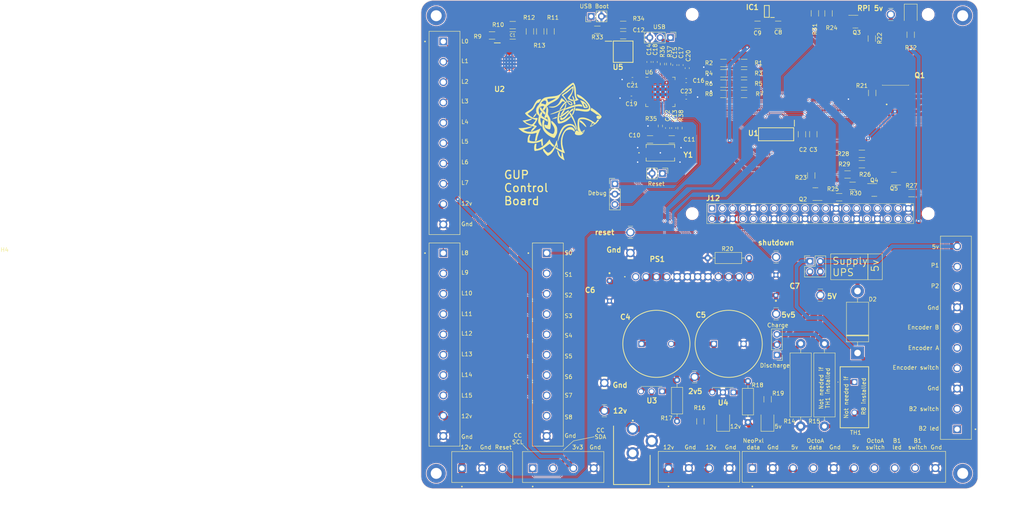
<source format=kicad_pcb>
(kicad_pcb (version 20211014) (generator pcbnew)
  (title_block (title "GUP Control Board PCB"))
  (layers (0 "F.Cu" signal) (31 "B.Cu" mixed) (34 "B.Paste" user) (35 "F.Paste" user) (36 "B.SilkS" user "B.Silkscreen") (37 "F.SilkS" user "F.Silkscreen") (38 "B.Mask" user) (39 "F.Mask" user) (44 "Edge.Cuts" user))
  (net 0 "")
  (net 1 "+5V")
  (net 2 "GND")
  (net 3 "+12V")
  (net 4 "/Power Circuit/SC5v")
  (net 5 "/Power Circuit/SC2v5")
  (net 6 "5v5")
  (net 7 "Net-(D1-Pad2)")
  (net 8 "Net-(C10-Pad1)")
  (net 9 "Net-(C11-Pad1)")
  (net 10 "/Power Circuit/5v Supply")
  (net 11 "Net-(D3-Pad2)")
  (net 12 "+1V1")
  (net 13 "Net-(D4-Pad2)")
  (net 15 "~{Reset}")
  (net 16 "S1")
  (net 17 "S2")
  (net 18 "S3")
  (net 19 "S4")
  (net 20 "S5")
  (net 21 "S6")
  (net 22 "S7")
  (net 23 "S8")
  (net 24 "S0")
  (net 25 "CC_SCL")
  (net 26 "CC_SDA")
  (net 27 "OCTOALERT_SWITCH")
  (net 28 "B1_SWITCH")
  (net 29 "B2_SWITCH")
  (net 30 "ENCODER_SWITCH")
  (net 31 "ENCODER_A")
  (net 32 "ENCODER_B")
  (net 33 "/P1")
  (net 34 "/P2")
  (net 35 "Net-(J10-Pad1)")
  (net 36 "Net-(J10-Pad3)")
  (net 38 "/L4")
  (net 39 "/Power Circuit/RPi 5v")
  (net 41 "/Power Circuit/~{gpio-shutdown}")
  (net 49 "Net-(PS1-Pad12)")
  (net 52 "Net-(Q2-Pad1)")
  (net 62 "/NEOPIXEL_DIN")
  (net 64 "/OCTOALERT_DIN")
  (net 65 "/B2_LED")
  (net 67 "/B1_LED")
  (net 69 "/L0")
  (net 70 "/L1")
  (net 71 "/L2")
  (net 72 "/L3")
  (net 73 "/L5")
  (net 74 "/L6")
  (net 75 "/L7")
  (net 76 "/L8")
  (net 77 "/L9")
  (net 78 "/L10")
  (net 79 "/L11")
  (net 80 "/L12")
  (net 81 "/L13")
  (net 82 "/L14")
  (net 83 "/L15")
  (net 88 "gpio-poweroff")
  (net 91 "/RP2040 Core/~{USB_BOOT}")
  (net 92 "Net-(Q4-Pad2)")
  (net 93 "Net-(Q4-Pad3)")
  (net 94 "5v5 Sense")
  (net 95 "5v Sense")
  (net 96 "POTENTIOMETER_1")
  (net 97 "POTENTIOMETER_2")
  (net 98 "Net-(R9-Pad2)")
  (net 99 "Net-(R10-Pad2)")
  (net 100 "Net-(R11-Pad2)")
  (net 101 "LED_SDA")
  (net 102 "LED_SCL")
  (net 103 "~{RPi Shutdown}")
  (net 104 "RPI Power Enable")
  (net 105 "+3V3")
  (net 106 "Net-(R33-Pad1)")
  (net 107 "Net-(R35-Pad1)")
  (net 108 "/RP2040 Core/USB_D+")
  (net 109 "Net-(R36-Pad2)")
  (net 110 "/RP2040 Core/USB_D-")
  (net 111 "Net-(R37-Pad2)")
  (net 112 "Net-(Q1-Pad1)")
  (net 113 "/RP2040 Core/RUN")
  (net 114 "Net-(Q3-Pad1)")
  (net 115 "Net-(Q3-Pad3)")
  (net 116 "Net-(Q4-Pad1)")
  (net 117 "Net-(Q5-Pad1)")
  (net 118 "B1_LED_IN")
  (net 119 "B2_LED_IN")
  (net 120 "OCTOALERT_DIN_IN")
  (net 121 "NEOPIXEL_DIN_IN")
  (net 125 "Net-(U5-Pad2)")
  (net 126 "Net-(U5-Pad3)")
  (net 127 "Net-(U5-Pad5)")
  (net 128 "Net-(U5-Pad6)")
  (net 129 "Net-(U5-Pad7)")
  (net 130 "Net-(J14-Pad1)")
  (net 131 "Net-(J14-Pad3)")
  (footprint "Resistor_SMD:R_1206_3216Metric_Pad1.30x1.75mm_HandSolder" (layer "F.Cu") (at 166.37 75.946 180)
    (fp_text reference "R30")
    (fp_text value "1K")
  )
  (footprint "Resistor_SMD:R_1206_3216Metric_Pad1.30x1.75mm_HandSolder" (layer "F.Cu") (at 171.196 53.086 90)
    (fp_text reference "R21")
    (fp_text value "10K")
  )
  (footprint "MountingHole:MountingHole_2.7mm_M2.5_DIN965_Pad" (layer "F.Cu") (at 64.0355 34.0855)
    (fp_text reference "H3" hide)
    (fp_text value "M2.5")
  )
  (footprint "Resistor_SMD:R_1206_3216Metric_Pad1.30x1.75mm_HandSolder" (layer "F.Cu") (at 134.62 53.34)
    (fp_text reference "R8")
    (fp_text value "10K")
  )
  (footprint "SamacSys_Parts:FK20" (layer "F.Cu") (at 147.5225 102.88 90)
    (fp_text reference "C7")
    (fp_text value "22uF" hide)
  )
  (footprint "LED_SMD:LED_1210_3225Metric_Pad1.42x2.65mm_HandSolder" (layer "F.Cu") (at 145.4485 133.8645 90)
    (fp_text reference "D3" hide)
    (fp_text value "5v")
  )
  (footprint "SamacSys_Parts:CAPPRD730W85D1650H2700" (layer "F.Cu") (at 132.274 114.8145)
    (fp_text reference "C5")
    (fp_text value "25F" hide)
  )
  (footprint "Resistor_SMD:R_0603_1608Metric_Pad0.98x0.95mm_HandSolder" (layer "F.Cu") (at 119.126 61.214 -90)
    (fp_text reference "R35")
    (fp_text value "1k")
  )
  (footprint "Capacitor_SMD:C_0603_1608Metric_Pad1.08x0.95mm_HandSolder" (layer "F.Cu") (at 122.428 61.722 -90)
    (fp_text reference "C13")
    (fp_text value "100n")
  )
  (footprint "SamacSys_Parts:CUI_TB002-500-03BE" (layer "F.Cu") (at 70.3475 145.419)
    (fp_text reference "J2" hide)
    (fp_text value "Screw_Terminal_01x03")
  )
  (footprint "Capacitor_SMD:C_1206_3216Metric_Pad1.33x1.80mm_HandSolder" (layer "F.Cu") (at 156.718 63.246 90)
    (fp_text reference "C3")
    (fp_text value "100uF")
  )
  (footprint "Capacitor_SMD:C_0603_1608Metric_Pad1.08x0.95mm_HandSolder" (layer "F.Cu") (at 125.73 46.99 90)
    (fp_text reference "C20")
    (fp_text value "100n")
  )
  (footprint "Capacitor_SMD:C_1206_3216Metric_Pad1.33x1.80mm_HandSolder" (layer "F.Cu") (at 82.832 38.94 180)
    (fp_text reference "C1")
    (fp_text value "100nF")
  )
  (footprint "SamacSys_Parts:RASPBERRYPI4B4GB" (layer "F.Cu") (at 131.826 81.5 180)
    (fp_text reference "J12")
    (fp_text value "RASPBERRY_PI_4B_+_Samtec_ESP-120-33-G-D" hide)
  )
  (footprint "SamacSys_Parts:CAPPRD730W85D1650H2700" (layer "F.Cu") (at 114.494 114.8145)
    (fp_text reference "C4")
    (fp_text value "25F" hide)
  )
  (footprint "Capacitor_SMD:C_0603_1608Metric_Pad1.08x0.95mm_HandSolder" (layer "F.Cu") (at 116.332 45.466 90)
    (fp_text reference "C14")
    (fp_text value "100n")
  )
  (footprint "Resistor_THT:R_Axial_DIN0516_L15.5mm_D5.0mm_P20.32mm_Horizontal" (layer "F.Cu") (at 153.6185 114.775 -90)
    (fp_text reference "R14")
    (fp_text value "2K2")
  )
  (footprint "SamacSys_Parts:SOIC127P790X216-8N" (layer "F.Cu") (at 109.982 42.937)
    (fp_text reference "U5")
    (fp_text value "W25Q128JVS" hide)
  )
  (footprint "SamacSys_Parts:KA431AZTA" (layer "F.Cu") (at 137.098 126.7525 180)
    (fp_text reference "U4")
    (fp_text value "KA431AZTA" hide)
  )
  (footprint "Resistor_SMD:R_1206_3216Metric_Pad1.30x1.75mm_HandSolder" (layer "F.Cu") (at 156.21 73.406 -90)
    (fp_text reference "R23")
    (fp_text value "DNF")
  )
  (footprint "Capacitor_SMD:C_1206_3216Metric_Pad1.33x1.80mm_HandSolder" (layer "F.Cu") (at 143.002 36.322)
    (fp_text reference "C9")
    (fp_text value "1u")
  )
  (footprint "Capacitor_SMD:C_0603_1608Metric_Pad1.08x0.95mm_HandSolder" (layer "F.Cu") (at 125.476 50.038)
    (fp_text reference "C16")
    (fp_text value "100n")
  )
  (footprint "Capacitor_SMD:C_1206_3216Metric_Pad1.33x1.80mm_HandSolder" (layer "F.Cu") (at 116.586 64.516 180)
    (fp_text reference "C10")
    (fp_text value "27p")
  )
  (footprint "Resistor_SMD:R_1206_3216Metric_Pad1.30x1.75mm_HandSolder" (layer "F.Cu") (at 128.97 133.8905 90)
    (fp_text reference "R16")
    (fp_text value "450")
  )
  (footprint "Capacitor_SMD:C_1206_3216Metric_Pad1.33x1.80mm_HandSolder" (layer "F.Cu") (at 148.082 36.322 180)
    (fp_text reference "C8")
    (fp_text value "1u")
  )
  (footprint "Resistor_SMD:R_1206_3216Metric_Pad1.30x1.75mm_HandSolder" (layer "F.Cu") (at 145.4905 128.453 -90)
    (fp_text reference "R19")
    (fp_text value "100")
  )
  (footprint "MountingHole:MountingHole_2.7mm_M2.5_DIN965_Pad" (layer "F.Cu") (at 193.4355 146.6855)
    (fp_text reference "H4" hide)
    (fp_text value "M2.5")
  )
  (footprint "RP2040_minimal:RP2040-QFN-56" (layer "F.Cu") (at 119.126 52.832)
    (fp_text reference "U6")
    (fp_text value "RP2040")
  )
  (footprint "SamacSys_Parts:4952" (layer "F.Cu") (at 158.4445 102.837 90)
    (fp_text reference "TP6" hide)
    (fp_text value "5V")
  )
  (footprint "Package_TO_SOT_SMD:SOT-23" (layer "F.Cu") (at 167.07 35.55)
    (fp_text reference "Q3")
    (fp_text value "BC850")
  )
  (footprint "Resistor_SMD:R_1206_3216Metric_Pad1.30x1.75mm_HandSolder" (layer "F.Cu") (at 168.656 68.072)
    (fp_text reference "R28")
    (fp_text value "10K")
  )
  (footprint "SamacSys_Parts:STD36P4LLF6" (layer "F.Cu") (at 176.941 50.5545)
    (fp_text reference "Q1")
    (fp_text value "STD15P6F6AG" hide)
  )
  (footprint "Resistor_SMD:R_1206_3216Metric_Pad1.30x1.75mm_HandSolder" (layer "F.Cu") (at 160.466 33.518 -90)
    (fp_text reference "R24")
    (fp_text value "10K")
  )
  (footprint "Resistor_SMD:R_1206_3216Metric_Pad1.30x1.75mm_HandSolder" (layer "F.Cu") (at 139.7 53.34)
    (fp_text reference "R7")
    (fp_text value "7K")
  )
  (footprint "MountingHole:MountingHole_2.7mm_M2.5_DIN965_Pad" (layer "F.Cu") (at 64.0355 146.6855)
    (fp_text reference "H2" hide)
    (fp_text value "M2.5")
  )
  (footprint "Resistor_SMD:R_1206_3216Metric_Pad1.30x1.75mm_HandSolder" (layer "F.Cu") (at 77.752 38.94 180)
    (fp_text reference "R9")
    (fp_text value "2K")
  )
  (footprint "SamacSys_Parts:4952" (layer "F.Cu") (at 111.76 87.376 90)
    (fp_text reference "TP8" hide)
    (fp_text value "reset")
  )
  (footprint "Resistor_SMD:R_1206_3216Metric_Pad1.30x1.75mm_HandSolder" (layer "F.Cu") (at 87.06 37.95 -90)
    (fp_text reference "R12")
    (fp_text value "1.6K")
  )
  (footprint "SamacSys_Parts:4952" (layer "F.Cu") (at 147.574 107.442 -90)
    (fp_text reference "TP5" hide)
    (fp_text value "5v5")
  )
  (footprint "SamacSys_Parts:4952" (layer "F.Cu") (at 105.3585 124.427 90)
    (fp_text reference "TP1" hide)
    (fp_text value "Gnd")
  )
  (footprint "SamacSys_Parts:CUI_TB002-500-10BE" (layer "F.Cu") (at 65.7755 40.4255 -90)
    (fp_text reference "J4" hide)
    (fp_text value "Screw_Terminal_01x10")
  )
  (footprint "SamacSys_Parts:4952" (layer "F.Cu") (at 147.574 93.472 90)
    (fp_text reference "TP7" hide)
    (fp_text value "shutdown")
  )
  (footprint "SamacSys_Parts:CUI_TB002-500-10BE" (layer "F.Cu") (at 65.7755 92.4955 -90)
    (fp_text reference "J1" hide)
    (fp_text value "Screw_Terminal_01x10")
  )
  (footprint "Diode_THT:D_DO-201AD_P15.24mm_Horizontal" (layer "F.Cu") (at 167.5885 117.061 90)
    (fp_text reference "D2")
    (fp_text value "1N5820")
  )
  (footprint "Resistor_THT:R_Axial_DIN0207_L6.3mm_D2.5mm_P10.16mm_Horizontal" (layer "F.Cu") (at 123.224 133.8645 90)
    (fp_text reference "R17")
    (fp_text value "1K2")
  )
  (footprint "Capacitor_SMD:C_0603_1608Metric_Pad1.08x0.95mm_HandSolder" (layer "F.Cu") (at 117.856 45.466 90)
    (fp_text reference "C18")
    (fp_text value "100n")
  )
  (footprint "Resistor_SMD:R_0603_1608Metric_Pad0.98x0.95mm_HandSolder" (layer "F.Cu") (at 121.158 45.974 -90)
    (fp_text reference "R37")
    (fp_text value "27.4")
  )
  (footprint "SamacSys_Parts:4952" (layer "F.Cu") (at 105.3585 131.285 90)
    (fp_text reference "TP3" hide)
    (fp_text value "12v")
  )
  (footprint "SamacSys_Parts:SOT95P280X130-5N" (layer "F.Cu") (at 145.288 33.02 180)
    (fp_text reference "IC1")
    (fp_text value "XC6210B332MR-G" hide)
  )
  (footprint "Connector_PinHeader_2.54mm:PinHeader_1x03_P2.54mm_Vertical" (layer "F.Cu") (at 107.95 75.438)
    (fp_text reference "J14" hide)
    (fp_text value "Debug")
  )
  (footprint "SamacSys_Parts:CUI_TB002-500-10BE" (layer "F.Cu") (at 192.073 135.8235 90)
    (fp_text reference "J8" hide)
    (fp_text value "Screw_Terminal_01x10")
  )
  (footprint "SamacSys_Parts:CUI_TB002-500-10BE" (layer "F.Cu") (at 141.7355 145.3855)
    (fp_text reference "J7" hide)
    (fp_text value "Screw_Terminal_01x10")
  )
  (footprint "Resistor_SMD:R_1206_3216Metric_Pad1.30x1.75mm_HandSolder" (layer "F.Cu") (at 139.726 45.72)
    (fp_text reference "R1")
    (fp_text value "7K")
  )
  (footprint "Capacitor_SMD:C_0603_1608Metric_Pad1.08x0.95mm_HandSolder" (layer "F.Cu") (at 125.476 54.102)
    (fp_text reference "C23")
    (fp_text value "100n")
  )
  (footprint "SamacSys_Parts:4952" (layer "F.Cu") (at 175.768 33.782 90)
    (fp_text reference "TP9" hide)
    (fp_text value "RPi 5v")
  )
  (footprint "SamacSys_Parts:SOIC127P600X175-14N" (layer "F.Cu") (at 147.574 63.246 -90)
    (fp_text reference "U1")
    (fp_text value "SN74HCT125DR" hide)
  )
  (footprint "SamacSys_Parts:4952" (layer "F.Cu") (at 111.76 92.456 90)
    (fp_text reference "TP4" hide)
    (fp_text value "Gnd")
  )
  (footprint "Capacitor_SMD:C_0603_1608Metric_Pad1.08x0.95mm_HandSolder" (layer "F.Cu") (at 122.682 46.228 90)
    (fp_text reference "C15")
    (fp_text value "1u")
  )
  (footprint "Resistor_SMD:R_1206_3216Metric_Pad1.30x1.75mm_HandSolder" (layer "F.Cu") (at 165.126 73.152 180)
    (fp_text reference "R26")
    (fp_text value "10K")
  )
  (footprint "Resistor_SMD:R_1206_3216Metric_Pad1.30x1.75mm_HandSolder" (layer "F.Cu") (at 134.62 48.26)
    (fp_text reference "R4")
    (fp_text value "10K")
  )
  (footprint "MountingHole:MountingHole_2.7mm_M2.5_DIN965_Pad" (layer "F.Cu") (at 193.4355 34.0855)
    (fp_text reference "H1" hide)
    (fp_text value "M2.5")
  )
  (footprint "Package_TO_SOT_SMD:SOT-23" (layer "F.Cu") (at 171.704 76.962)
    (fp_text reference "Q4")
    (fp_text value "BC850")
  )
  (footprint "Resistor_SMD:R_1206_3216Metric_Pad1.30x1.75mm_HandSolder" (layer "F.Cu") (at 168.656 70.612)
    (fp_text reference "R29")
    (fp_text value "10K")
  )
  (footprint "SamacSys_Parts:ABLS7M216000MHZD2YT" (layer "F.Cu") (at 119.126 67.818)
    (fp_text reference "Y1")
    (fp_text value "12MHz" hide)
  )
  (footprint "Resistor_SMD:R_0603_1608Metric_Pad0.98x0.95mm_HandSolder" (layer "F.Cu") (at 119.634 45.974 -90)
    (fp_text reference "R36")
    (fp_text value "27.4")
  )
  (footprint "Capacitor_SMD:C_1206_3216Metric_Pad1.33x1.80mm_HandSolder" (layer "F.Cu") (at 153.924 63.246 90)
    (fp_text reference "C2")
    (fp_text value "100nF")
  )
  (footprint "Resistor_SMD:R_1206_3216Metric_Pad1.30x1.75mm_HandSolder" (layer "F.Cu") (at 139.7 50.8)
    (fp_text reference "R5")
    (fp_text value "7K")
  )
  (footprint "Capacitor_SMD:C_0603_1608Metric_Pad1.08x0.95mm_HandSolder" (layer "F.Cu") (at 112.014 54.356 180)
    (fp_text reference "C19")
    (fp_text value "100n")
  )
  (footprint "Resistor_THT:R_Axial_DIN0516_L15.5mm_D5.0mm_P20.32mm_Horizontal" (layer "F.Cu") (at 159.4605 114.775 -90)
    (fp_text reference "R15")
    (fp_text value "2K2")
  )
  (footprint "SamacSys_Parts:FG20" (layer "F.Cu") (at 106.6285 99.281 -90)
    (fp_text reference "C6")
    (fp_text value "10uF" hide)
  )
  (footprint "Resistor_SMD:R_1206_3216Metric_Pad1.30x1.75mm_HandSolder" (layer "F.Cu") (at 180.848 77.724)
    (fp_text reference "R27")
    (fp_text value "1K")
  )
  (footprint "Resistor_THT:R_Axial_DIN0207_L6.3mm_D2.5mm_P10.16mm_Horizontal" (layer "F.Cu") (at 140.654 134.1185 90)
    (fp_text reference "R18")
    (fp_text value "1K2")
  )
  (footprint "Resistor_SMD:R_1206_3216Metric_Pad1.30x1.75mm_HandSolder" (layer "F.Cu") (at 92.14 37.95 -90)
    (fp_text reference "R11")
    (fp_text value "10K")
  )
  (footprint "SamacSys_Parts:CUI_TB002-500-04BE" (layer "F.Cu") (at 87.7395 145.419)
    (fp_text reference "J6" hide)
    (fp_text value "Screw_Terminal_01x04")
  )
  (footprint "SamacSys_Parts:SOP65P640X110-29N_thermal_vias" (layer "F.Cu") (at 81.98 45.57)
    (fp_text reference "U2")
    (fp_text value "PCA9955BTW_Q900J" hide)
  )
  (footprint "Resistor_SMD:R_1206_3216Metric_Pad1.30x1.75mm_HandSolder" (layer "F.Cu") (at 103.632 37.548 180)
    (fp_text reference "R33")
    (fp_text value "1k")
  )
  (footprint "Resistor_THT:R_Axial_DIN0207_L6.3mm_D2.5mm_P10.16mm_Horizontal" (layer "F.Cu") (at 140.9185 93.693 180)
    (fp_text reference "R20")
    (fp_text value "125K")
  )
  (footprint "LED_SMD:LED_1210_3225Metric_Pad1.42x2.65mm_HandSolder" (layer "F.Cu") (at 180.655 33.6915 -90)
    (fp_text reference "D4" hide)
    (fp_text value "RPi 5v" hide)
  )
  (footprint "Resistor_SMD:R_1206_3216Metric_Pad1.30x1.75mm_HandSolder" (layer "F.Cu") (at 109.982 36.333 180)
    (fp_text reference "R34")
    (fp_text value "10K")
  )
  (footprint "Capacitor_SMD:C_1206_3216Metric_Pad1.33x1.80mm_HandSolder" (layer "F.Cu") (at 121.92 64.516)
    (fp_text reference "C11")
    (fp_text value "27p")
  )
  (footprint "Resistor_SMD:R_0603_1608Metric_Pad0.98x0.95mm_HandSolder" (layer "F.Cu") (at 123.952 61.722 90)
    (fp_text reference "R38")
    (fp_text value "10K")
  )
  (footprint "SamacSys_Parts:4952" (layer "F.Cu") (at 127.542 122.9425 -90)
    (fp_text reference "TP2" hide)
    (fp_text value "2v5")
  )
  (footprint "Resistor_SMD:R_1206_3216Metric_Pad1.30x1.75mm_HandSolder" (layer "F.Cu") (at 157.104 33.5 -90)
    (fp_text reference "R31")
    (fp_text value "1K")
  )
  (footprint "SamacSys_Parts:PJ-102AH" (layer "F.Cu") (at 116.6195 138.7235 180)
    (fp_text reference "J9" hide)
    (fp_text value "12V Power In" hide)
  )
  (footprint "Resistor_SMD:R_1206_3216Metric_Pad1.30x1.75mm_HandSolder" (layer "F.Cu") (at 180.655 38.7715 90)
    (fp_text reference "R32")
    (fp_text value "100")
  )
  (footprint "Capacitor_SMD:C_0603_1608Metric_Pad1.08x0.95mm_HandSolder" (layer "F.Cu") (at 112.268 49.784 180)
    (fp_text reference "C21")
    (fp_text value "100n")
  )
  (footprint "Resistor_SMD:R_1206_3216Metric_Pad1.30x1.75mm_HandSolder" (layer "F.Cu") (at 139.7 48.26)
    (fp_text reference "R3")
    (fp_text value "7K")
  )
  (footprint "SamacSys_Parts:K78053AR3" (layer "F.Cu") (at 113.064 98.3045)
    (fp_text reference "PS1")
    (fp_text value "K7805-3AR3" hide)
  )
  (footprint "SamacSys_Parts:B57237S0229M051" (layer "F.Cu") (at 166.8265 124.2125 -90)
    (fp_text reference "TH1")
    (fp_text value "B57237S0229M051" hide)
  )
  (footprint "Capacitor_SMD:C_0603_1608Metric_Pad1.08x0.95mm_HandSolder" (layer "F.Cu") (at 124.206 46.228 -90)
    (fp_text reference "C17")
    (fp_text value "1u")
  )
  (footprint "Connector_PinHeader_2.54mm:PinHeader_2x02_P2.54mm_Vertical" (layer "F.Cu") (at 155.894 94.4945)
    (fp_text reference "J11" hide)
    (fp_text value "5VConfig" hide)
  )
  (footprint "SamacSys_Parts:CUI_TB002-500-10BE" (layer "F.Cu") (at 91.1755 92.4955 -90)
    (fp_text reference "J5" hide)
    (fp_text value "Screw_Terminal_01x10")
  )
  (footprint "Resistor_SMD:R_1206_3216Metric_Pad1.30x1.75mm_HandSolder" (layer "F.Cu") (at 82.832 36.4 180)
    (fp_text reference "R10")
    (fp_text value "10K")
  )
  (footprint "Package_TO_SOT_SMD:SOT-23" (layer "F.Cu") (at 157.226 77.978 180)
    (fp_text reference "Q2")
    (fp_text value "BC850")
  )
  (footprint "Resistor_SMD:R_1206_3216Metric_Pad1.30x1.75mm_HandSolder" (layer "F.Cu") (at 171.1 39.7 -90)
    (fp_text reference "R22")
    (fp_text value "1K")
  )
  (footprint "Connector_PinHeader_2.54mm:PinHeader_1x02_P2.54mm_Vertical" (layer "F.Cu") (at 102.108 34.246 90)
    (fp_text reference "J13" hide)
    (fp_text value "USB Boot")
  )
  (footprint "Resistor_SMD:R_1206_3216Metric_Pad1.30x1.75mm_HandSolder" (layer "F.Cu") (at 134.62 50.8)
    (fp_text reference "R6")
    (fp_text value "10K")
  )
  (footprint "Connector_PinHeader_2.54mm:PinHeader_1x03_P2.54mm_Vertical" (layer "F.Cu") (at 147.7765 117.554 180)
    (fp_text reference "J10" hide)
    (fp_text value "SuperCap")
  )
  (footprint "SamacSys_Parts:KA431AZTA" (layer "F.Cu") (at 119.572 126.4985 180)
    (fp_text reference "U3")
    (fp_text value "KA431AZTA" hide)
  )
  (footprint "Resistor_SMD:R_1206_3216Metric_Pad1.30x1.75mm_HandSolder" (layer "F.Cu") (at 89.6 37.95 -90)
    (fp_text reference "R13")
    (fp_text value "1.6K")
  )
  (footprint "Resistor_SMD:R_1206_3216Metric_Pad1.30x1.75mm_HandSolder" (layer "F.Cu") (at 134.62 45.72)
    (fp_text reference "R2")
    (fp_text value "10K")
  )
  (footprint "Capacitor_SMD:C_1206_3216Metric_Pad1.33x1.80mm_HandSolder" (layer "F.Cu") (at 109.982 38.873)
    (fp_text reference "C12")
    (fp_text value "100n")
  )
  (footprint "Connector_PinHeader_2.54mm:PinHeader_1x03_P2.54mm_Vertical" (layer "F.Cu") (at 121.605 39.46 -90)
    (fp_text reference "J15" hide)
    (fp_text value "USB")
  )
  (footprint "Capacitor_SMD:C_0603_1608Metric_Pad1.08x0.95mm_HandSolder" (layer "F.Cu") (at 120.904 61.722 -90)
    (fp_text reference "C22")
    (fp_text value "100n")
  )
  (footprint "Resistor_SMD:R_1206_3216Metric_Pad1.30x1.75mm_HandSolder" (layer "F.Cu") (at 163.068 78.74)
    (fp_text reference "R25")
    (fp_text value "1K")
  )
  (footprint "Package_TO_SOT_SMD:SOT-23" (layer "F.Cu") (at 176.53 74.168 180)
    (fp_text reference "Q5")
    (fp_text value "BC850")
  )
  (footprint "Connector_PinHeader_2.54mm:PinHeader_1x02_P2.54mm_Vertical" (layer "F.Cu") (at 119.634 72.898 -90)
    (fp_text reference "J16" hide)
    (fp_text value "Reset")
  )
  (footprint "LED_SMD:LED_1210_3225Metric_Pad1.42x2.65mm_HandSolder" (layer "F.Cu") (at 134.558 133.8645 90)
    (fp_text reference "D1" hide)
    (fp_text value "12v")
  )
  (footprint "SamacSys_Parts:Wolf_Logo" (layer "F.Cu") (at 94.488 59.944)
    (fp_text reference "G***" hide)
    (fp_text value "LOGO" hide)
  )
  (footprint "SamacSys_Parts:CUI_TB002-500-04BE" (layer "F.Cu") (at 121.1255 145.3855)
    (fp_text reference "J3" hide)
    (fp_text value "Screw_Terminal_01x04")
  )
  (gr_rect (start 170.1285 99.027) (end 160.9845 92.677) (layer "F.SilkS") (width 0.12) (fill none))
  (gr_rect (start 168.34 95.2565) (end 168.34 95.2565) (layer "F.SilkS") (width 0.12) (fill none))
  (gr_line (start 97.79 138.684) (end 102.87 137.668) (layer "F.SilkS") (width 0.12))
  (gr_rect (start 173.6845 99.027) (end 170.1285 92.677) (layer "F.SilkS") (width 0.12) (fill none))
  (gr_line (start 95.25 140.97) (end 97.79 138.684) (layer "F.SilkS") (width 0.12))
  (gr_line (start 85.344 139.7) (end 86.614 140.97) (layer "F.SilkS") (width 0.12))
  (gr_line (start 194.2355 30.2655) (end 63.2355 30.2655) (layer "Edge.Cuts") (width 0.05))
  (gr_arc (start 194.2355 30.2655) (mid 196.35682 31.14418) (end 197.2355 33.2655) (layer "Edge.Cuts") (width 0.05))
  (gr_line (start 197.2355 147.4855) (end 197.2355 33.2655) (layer "Edge.Cuts") (width 0.05))
  (gr_line (start 60.2355 33.2655) (end 60.2355 147.4855) (layer "Edge.Cuts") (width 0.05))
  (gr_arc (start 63.2355 150.4855) (mid 61.11418 149.60682) (end 60.2355 147.4855) (layer "Edge.Cuts") (width 0.05))
  (gr_arc (start 60.2355 33.2655) (mid 61.11418 31.14418) (end 63.2355 30.2655) (layer "Edge.Cuts") (width 0.05))
  (gr_line (start 63.2355 150.4855) (end 194.2355 150.4855) (layer "Edge.Cuts") (width 0.05))
  (gr_arc (start 197.2355 147.4855) (mid 196.35682 149.60682) (end 194.2355 150.4855) (layer "Edge.Cuts") (width 0.05))
  (gr_text "B1\nswitch" (at 182.372 139.446) (layer "F.SilkS") (effects (font (size 1 1))))
  (gr_text "B1\nled" (at 177.292 139.446) (layer "F.SilkS") (effects (font (size 1 1))))
  (gr_text "S6" (at 95.504 122.936) (layer "F.SilkS") (effects (font (size 1 1)) (justify left)))
  (gr_text "Gnd" (at 186.944 140.251) (layer "F.SilkS") (effects (font (size 1 1))))
  (gr_text "L9" (at 70.104 97.282) (layer "F.SilkS") (effects (font (size 1 1)) (justify left)))
  (gr_text "CC\nSCL" (at 84.074 138.176) (layer "F.SilkS") (effects (font (size 1 1))))
  (gr_text "Gnd" (at 70.104 137.668) (layer "F.SilkS") (effects (font (size 1 1)) (justify left)))
  (gr_text "12v" (at 131.572 140.251) (layer "F.SilkS") (effects (font (size 1 1))))
  (gr_text "Gnd" (at 136.398 140.251) (layer "F.SilkS") (effects (font (size 1 1))))
  (gr_text "Gnd" (at 70.104 85.344) (layer "F.SilkS") (effects (font (size 1 1)) (justify left)))
  (gr_text "B2 led" (at 187.706 135.636) (layer "F.SilkS") (effects (font (size 1 1)) (justify right)))
  (gr_text "OctoA\ndata" (at 157.226 139.446) (layer "F.SilkS") (effects (font (size 1 1))))
  (gr_text "3v3" (at 98.806 140.251) (layer "F.SilkS") (effects (font (size 1 1))))
  (gr_text "NeoPxl\ndata" (at 141.986 139.446) (layer "F.SilkS") (effects (font (size 1 1))))
  (gr_text "Gnd" (at 187.706 125.73) (layer "F.SilkS") (effects (font (size 1 1)) (justify right)))
  (gr_text "S3" (at 95.504 107.95) (layer "F.SilkS") (effects (font (size 1 1)) (justify left)))
  (gr_text "L2" (at 70.104 50.292) (layer "F.SilkS") (effects (font (size 1 1)) (justify left)))
  (gr_text "L12" (at 70.104 112.268) (layer "F.SilkS") (effects (font (size 1 1)) (justify left)))
  (gr_text "Gnd" (at 103.124 140.251) (layer "F.SilkS") (effects (font (size 1 1))))
  (gr_text "OctoA\nswitch" (at 171.958 139.446) (layer "F.SilkS") (effects (font (size 1 1))))
  (gr_text "L0" (at 70.104 40.386) (layer "F.SilkS") (effects (font (size 1 1)) (justify left)))
  (gr_text "5v" (at 171.9065 97.249 90) (layer "F.SilkS") (effects (font (size 1.75 1.75) (thickness 0.2)) (justify left)))
  (gr_text "L10" (at 70.104 102.362) (layer "F.SilkS") (effects (font (size 1 1)) (justify left)))
  (gr_text "S1" (at 95.504 97.79) (layer "F.SilkS") (effects (font (size 1 1)) (justify left)))
  (gr_text "Discharge" (at 143.51 120.142) (layer "F.SilkS") (effects (font (size 1 1)) (justify left)))
  (gr_text "Reset" (at 80.518 140.251) (layer "F.SilkS") (effects (font (size 1 1))))
  (gr_text "R8 installed" (at 169.1125 127.729 90) (layer "F.SilkS") (effects (font (size 1 1))))
  (gr_text "B2 switch" (at 187.706 130.81) (layer "F.SilkS") (effects (font (size 1 1)) (justify right)))
  (gr_text "L13" (at 70.104 117.348) (layer "F.SilkS") (effects (font (size 1 1)) (justify left)))
  (gr_text "L4" (at 70.104 60.198) (layer "F.SilkS") (effects (font (size 1 1)) (justify left)))
  (gr_text "5v" (at 152.146 140.251) (layer "F.SilkS") (effects (font (size 1 1))))
  (gr_text "Not needed if\nTH1 installed" (at 159.4605 125.697 90) (layer "F.SilkS") (effects (font (size 1 1))))
  (gr_text "S8" (at 95.504 132.842) (layer "F.SilkS") (effects (font (size 1 1)) (justify left)))
  (gr_text "5v" (at 167.132 140.251) (layer "F.SilkS") (effects (font (size 1 1))))
  (gr_text "GUP\nControl\nBoard" (at 80.518 76.454) (layer "F.SilkS") (effects (font (size 2 2) (thickness 0.3)) (justify left)))
  (gr_text "Encoder B" (at 187.706 110.744) (layer "F.SilkS") (effects (font (size 1 1)) (justify right)))
  (gr_text "Encoder switch" (at 187.706 120.65) (layer "F.SilkS") (effects (font (size 1 1)) (justify right)))
  (gr_text "L8" (at 70.104 92.456) (layer "F.SilkS") (effects (font (size 1 1)) (justify left)))
  (gr_text "L14" (at 70.104 122.428) (layer "F.SilkS") (effects (font (size 1 1)) (justify left)))
  (gr_text "Gnd" (at 146.812 140.251) (layer "F.SilkS") (effects (font (size 1 1))))
  (gr_text "Gnd" (at 126.492 140.251) (layer "F.SilkS") (effects (font (size 1 1))))
  (gr_text "Encoder A" (at 187.706 115.824) (layer "F.SilkS") (effects (font (size 1 1)) (justify right)))
  (gr_text "Supply\nUPS" (at 161.29 95.852) (layer "F.SilkS") (effects (font (size 1.75 1.75) (thickness 0.2)) (justify left)))
  (gr_text "12v" (at 70.104 132.588) (layer "F.SilkS") (effects (font (size 1 1)) (justify left)))
  (gr_text "L7" (at 70.104 75.184) (layer "F.SilkS") (effects (font (size 1 1)) (justify left)))
  (gr_text "L11" (at 70.104 107.442) (layer "F.SilkS") (effects (font (size 1 1)) (justify left)))
  (gr_text "H4" (at -42.06 91.68) (layer "F.SilkS") (effects (font (size 1 1))))
  (gr_text "Not needed if" (at 164.7945 127.983 90) (layer "F.SilkS") (effects (font (size 1 1))))
  (gr_text "5v" (at 187.706 90.932) (layer "F.SilkS") (effects (font (size 1 1)) (justify right)))
  (gr_text "L5" (at 70.104 65.024) (layer "F.SilkS") (effects (font (size 1 1)) (justify left)))
  (gr_text "Gnd" (at 187.706 105.918) (layer "F.SilkS") (effects (font (size 1 1)) (justify right)))
  (gr_text "Charge" (at 145.288 110.236) (layer "F.SilkS") (effects (font (size 1 1)) (justify left)))
  (gr_text "S2" (at 95.504 102.87) (layer "F.SilkS") (effects (font (size 1 1)) (justify left)))
  (gr_text "Gnd" (at 95.504 137.414) (layer "F.SilkS") (effects (font (size 1 1)) (justify left)))
  (gr_text "12v" (at 121.158 140.251) (layer "F.SilkS") (effects (font (size 1 1))))
  (gr_text "Gnd" (at 162.052 140.251) (layer "F.SilkS") (effects (font (size 1 1))))
  (gr_text "L3" (at 70.104 55.118) (layer "F.SilkS") (effects (font (size 1 1)) (justify left)))
  (gr_text "S7" (at 95.504 127.508) (layer "F.SilkS") (effects (font (size 1 1)) (justify left)))
  (gr_text "P1" (at 187.706 95.504) (layer "F.SilkS") (effects (font (size 1 1)) (justify right)))
  (gr_text "12v" (at 70.104 80.264) (layer "F.SilkS") (effects (font (size 1 1)) (justify left)))
  (gr_text "S0" (at 95.504 92.456) (layer "F.SilkS") (effects (font (size 1 1)) (justify left)))
  (gr_text "S5" (at 95.504 117.856) (layer "F.SilkS") (effects (font (size 1 1)) (justify left)))
  (gr_text "12v" (at 71.374 140.251) (layer "F.SilkS") (effects (font (size 1 1))))
  (gr_text "CC\nSDA" (at 104.394 136.906) (layer "F.SilkS") (effects (font (size 1 1))))
  (gr_text "L1" (at 70.104 45.212) (layer "F.SilkS") (effects (font (size 1 1)) (justify left)))
  (gr_text "Gnd" (at 76.2 140.251) (layer "F.SilkS") (effects (font (size 1 1))))
  (gr_text "S4" (at 95.504 112.776) (layer "F.SilkS") (effects (font (size 1 1)) (justify left)))
  (gr_text "L6" (at 70.104 70.104) (layer "F.SilkS") (effects (font (size 1 1)) (justify left)))
  (gr_text "L15" (at 70.104 127.508) (layer "F.SilkS") (effects (font (size 1 1)) (justify left)))
  (gr_text "P2" (at 187.706 100.584) (layer "F.SilkS") (effects (font (size 1 1)) (justify right)))
  (segment (start 156.718 64.8085) (end 169.6335 64.8085) (width 0.5) (layer "F.Cu") (net 1))
  (segment (start 147.762 33.97) (end 147.832 34.04) (width 0.5) (layer "F.Cu") (net 1))
  (segment (start 138.176 131.826) (end 143.099 126.903) (width 1) (layer "F.Cu") (net 1))
  (segment (start 176.784 57.658) (end 174.218 57.658) (width 1) (layer "F.Cu") (net 1))
  (segment (start 158.434 111.2295) (end 158.434 95.5105) (width 1) (layer "F.Cu") (net 1))
  (segment (start 149.6445 33.5665) (end 148.078 32) (width 1) (layer "F.Cu") (net 1))
  (segment (start 149.6445 36.322) (end 149.6445 35.8525) (width 1) (layer "F.Cu") (net 1))
  (segment (start 185.674 54.356) (end 182.372 57.658) (width 1) (layer "F.Cu") (net 1))
  (segment (start 156.718 64.8085) (end 153.924 64.8085) (width 0.5) (layer "F.Cu") (net 1))
  (segment (start 149.6445 36.322) (end 149.6445 33.5665) (width 1) (layer "F.Cu") (net 1))
  (segment (start 171.196 54.636) (end 152.882 36.322) (width 1) (layer "F.Cu") (net 1))
  (segment (start 138.684 142.24) (end 138.176 141.732) (width 1) (layer "F.Cu") (net 1))
  (segment (start 145.4905 124.173) (end 148.5385 121.125) (width 1) (layer "F.Cu") (net 1))
  (segment (start 163.785 148.336) (end 166.7355 145.3855) (width 1) (layer "F.Cu") (net 1))
  (segment (start 146.688 32.07) (end 148.008 32.07) (width 0.5) (layer "F.Cu") (net 1))
  (segment (start 174.218 57.658) (end 171.196 54.636) (width 1) (layer "F.Cu") (net 1))
  (segment (start 148.5385 121.125) (end 153.8725 121.125) (width 1) (layer "F.Cu") (net 1))
  (segment (start 145.4905 126.903) (end 145.4905 124.173) (width 1) (layer "F.Cu") (net 1))
  (segment (start 138.684 146.812) (end 138.684 142.24) (width 1) (layer "F.Cu") (net 1))
  (segment (start 145.034 48.26) (end 141.25 48.26) (width 1) (layer "F.Cu") (net 1))
  (segment (start 169.6335 64.8085) (end 170.18 64.262) (width 0.5) (layer "F.Cu") (net 1))
  (segment (start 156.6665 118.331) (end 156.6665 112.997) (width 1) (layer "F.Cu") (net 1))
  (segment (start 189.0355 53.9075) (end 184.2095 53.9075) (width 1) (layer "F.Cu") (net 1))
  (segment (start 143.099 126.903) (end 145.4905 126.903) (width 1) (layer "F.Cu") (net 1))
  (segment (start 152.882 36.322) (end 149.6445 36.322) (width 1) (layer "F.Cu") (net 1))
  (segment (start 158.434 94.4945) (end 158.434 97.0345) (width 1) (layer "F.Cu") (net 1))
  (segment (start 149.6445 43.6495) (end 145.034 48.26) (width 1) (layer "F.Cu") (net 1))
  (segment (start 185.2255 53.9075) (end 184.2095 53.9075) (width 1) (layer "F.Cu") (net 1))
  (segment (start 140.208 148.336) (end 138.684 146.812) (width 1) (layer "F.Cu") (net 1))
  (segment (start 184.2095 53.9075) (end 179.227 53.9075) (width 1) (layer "F.Cu") (net 1))
  (segment (start 153.8725 121.125) (end 156.6665 118.331) (width 1) (layer "F.Cu") (net 1))
  (segment (start 151.7355 145.3855) (end 148.785 148.336) (width 1) (layer "F.Cu") (net 1))
  (segment (start 182.372 57.658) (end 176.784 57.658) (width 1) (layer "F.Cu") (net 1))
  (segment (start 192.073 90.8235) (end 192.073 56.945) (width 1) (layer "F.Cu") (net 1))
  (segment (start 185.674 54.356) (end 185.2255 53.9075) (width 1) (layer "F.Cu") (net 1))
  (segment (start 149.6445 36.322) (end 149.6445 43.6495) (width 1) (layer "F.Cu") (net 1))
  (segment (start 149.6445 35.8525) (end 147.832 34.04) (width 1) (layer "F.Cu") (net 1))
  (segment (start 138.176 141.732) (end 138.176 131.826) (width 1) (layer "F.Cu") (net 1))
  (segment (start 152.7745 65.958) (end 153.924 64.8085) (width 0.5) (layer "F.Cu") (net 1))
  (segment (start 148.785 148.336) (end 140.208 148.336) (width 1) (layer "F.Cu") (net 1))
  (segment (start 156.6665 112.997) (end 158.434 111.2295) (width 1) (layer "F.Cu") (net 1))
  (segment (start 192.073 56.945) (end 189.0355 53.9075) (width 1) (layer "F.Cu") (net 1))
  (segment (start 151.7355 145.3855) (end 154.686 148.336) (width 1) (layer "F.Cu") (net 1))
  (segment (start 146.688 33.97) (end 147.762 33.97) (width 0.5) (layer "F.Cu") (net 1))
  (segment (start 151.384 65.958) (end 152.7745 65.958) (width 0.5) (layer "F.Cu") (net 1))
  (segment (start 154.686 148.336) (end 163.785 148.336) (width 1) (layer "F.Cu") (net 1))
  (segment (start 148.008 32.07) (end 148.078 32) (width 0.5) (layer "F.Cu") (net 1))
  (via (at 176.784 57.658) (size 1) (drill 0.4) (layers "F.Cu" "B.Cu") (net 1))
  (via (at 170.18 64.262) (size 1) (drill 0.4) (layers "F.Cu" "B.Cu") (net 1))
  (segment (start 170.18 64.262) (end 176.784 57.658) (width 0.5) (layer "B.Cu") (net 1))
  (segment (start 158.434 94.4945) (end 172.4595 94.4945) (width 1) (layer "B.Cu") (net 1))
  (segment (start 176.1305 90.8235) (end 192.073 90.8235) (width 1) (layer "B.Cu") (net 1))
  (segment (start 172.4595 94.4945) (end 176.1305 90.8235) (width 1) (layer "B.Cu") (net 1))
  (segment (start 109.22 38.873) (end 108.4195 38.873) (width 0.5) (layer "F.Cu") (net 2))
  (segment (start 83.605 47.195) (end 81.98 45.57) (width 0.25) (layer "F.Cu") (net 2))
  (segment (start 164.464 36.5) (end 166.1325 36.5) (width 0.5) (layer "F.Cu") (net 2))
  (segment (start 150.368 63.246) (end 146.812 63.246) (width 1) (layer "F.Cu") (net 2))
  (segment (start 116.332 44.6035) (end 117.856 44.6035) (width 0.15) (layer "F.Cu") (net 2))
  (segment (start 145.2215 63.754) (end 146.304 63.754) (width 1) (layer "F.Cu") (net 2))
  (segment (start 131.572 50.546) (end 132.816 50.546) (width 0.15) (layer "F.Cu") (net 2))
  (segment (start 83.605 43.945) (end 81.98 45.57) (width 0.15) (layer "F.Cu") (net 2))
  (segment (start 84.918 43.945) (end 83.605 43.945) (width 0.15) (layer "F.Cu") (net 2))
  (segment (start 150.114 65.958) (end 150.114 63.5) (width 1) (layer "F.Cu") (net 2))
  (segment (start 79.302 38.94) (end 81.2695 38.94) (width 1.5) (layer "F.Cu") (net 2))
  (segment (start 109.982 35.052) (end 109.982 38.111) (width 0.5) (layer "F.Cu") (net 2))
  (segment (start 147.574 60.534) (end 147.574 62.484) (width 1) (layer "F.Cu") (net 2))
  (segment (start 151.384 60.534) (end 151.384 62.23) (width 1) (layer "F.Cu") (net 2))
  (segment (start 84.918 47.195) (end 83.605 47.195) (width 0.25) (layer "F.Cu") (net 2))
  (segment (start 111.1515 54.356) (end 109.22 54.356) (width 0.5) (layer "F.Cu") (net 2))
  (segment (start 133.07 48.26) (end 131.318 48.26) (width 0.15) (layer "F.Cu") (net 2))
  (segment (start 131.572 52.578) (end 132.334 53.34) (width 0.15) (layer "F.Cu") (net 2))
  (segment (start 143.764 62.2965) (end 145.2215 63.754) (width 1) (layer "F.Cu") (net 2))
  (segment (start 141.5975 135.352) (end 145.4485 135.352) (width 1.5) (layer "F.Cu") (net 2))
  (segment (start 108.077 44.842) (end 109.728 43.191) (width 1) (layer "F.Cu") (net 2))
  (segment (start 109.982 38.111) (end 109.22 38.873) (width 0.5) (layer "F.Cu") (net 2))
  (segment (start 143.764 60.534) (end 143.764 62.2965) (width 1) (layer "F.Cu") (net 2))
  (segment (start 111.4055 49.784) (end 109.728 49.784) (width 0.5) (layer "F.Cu") (net 2))
  (segment (start 81.98 40.628) (end 81.98 45.57) (width 1.5) (layer "F.Cu") (net 2))
  (segment (start 106.382 44.842) (end 108.077 44.842) (width 1) (layer "F.Cu") (net 2))
  (segment (start 151.384 62.23) (end 150.368 63.246) (width 1) (layer "F.Cu") (net 2))
  (segment (start 126.3385 54.102) (end 128.27 54.102) (width 0.15) (layer "F.Cu") (net 2))
  (segment (start 131.318 48.26) (end 130.81 48.768) (width 0.15) (layer "F.Cu") (net 2))
  (segment (start 109.728 40.1815) (end 108.4195 38.873) (width 1) (layer "F.Cu") (net 2))
  (segment (start 144.5645 36.322) (end 146.5195 36.322) (width 1) (layer "F.Cu") (net 2))
  (segment (start 152.7745 60.534) (end 153.924 61.6835) (width 1) (layer "F.Cu") (net 2))
  (segment (start 109.22 34.29) (end 109.982 35.052) (width 0.5) (layer "F.Cu") (net 2))
  (segment (start 150.114 63.5) (end 150.368 63.246) (width 1) (layer "F.Cu") (net 2))
  (segment (start 146.304 63.754) (end 146.304 65.958) (width 1) (layer "F.Cu") (net 2))
  (segment (start 104.648 34.29) (end 109.22 34.29) (width 0.5) (layer "F.Cu") (net 2))
  (segment (start 140.654 134.4085) (end 141.5975 135.352) (width 1.5) (layer "F.Cu") (net 2))
  (segment (start 140.654 134.1185) (end 140.654 134.4085) (width 1.5) (layer "F.Cu") (net 2))
  (segment (start 163.032 35.068) (end 164.464 36.5) (width 0.5) (layer "F.Cu") (net 2))
  (segment (start 81.2695 39.9175) (end 81.98 40.628) (width 1.5) (layer "F.Cu") (net 2))
  (segment (start 116.525 39.46) (end 116.525 44.4105) (width 0.15) (layer "F.Cu") (net 2))
  (segment (start 146.812 63.246) (end 146.304 63.754) (width 1) (layer "F.Cu") (net 2))
  (segment (start 118.11 57.404) (end 116.078 59.436) (width 0.15) (layer "F.Cu") (net 2))
  (segment (start 147.574 62.484) (end 146.812 63.246) (width 1) (layer "F.Cu") (net 2))
  (segment (start 132.334 53.34) (end 133.07 53.34) (width 0.15) (layer "F.Cu") (net 2))
  (segment (start 80.355 47.195) (end 81.98 45.57) (width 0.25) (layer "F.Cu") (net 2))
  (segment (start 118.126 56.2695) (end 118.11 57.404) (width 0.15) (layer "F.Cu") (net 2))
  (segment (start 116.078 59.436) (end 116.078 61.214) (width 0.15) (layer "F.Cu") (net 2))
  (segment (start 79.042 47.195) (end 80.355 47.195) (width 0.25) (layer "F.Cu") (net 2))
  (segment (start 130.81 45.72) (end 129.794 46.736) (width 0.15) (layer "F.Cu") (net 2))
  (segment (start 156.718 61.6835) (end 153.924 61.6835) (width 1) (layer "F.Cu") (net 2))
  (segment (start 151.384 60.534) (end 152.7745 60.534) (width 1) (layer "F.Cu") (net 2))
  (segment (start 123.4825 63.7925) (end 123.4825 64.516) (width 0.5) (layer "F.Cu") (net 2))
  (segment (start 130.81 45.72) (end 133.07 45.72) (width 0.15) (layer "F.Cu") (net 2))
  (segment (start 109.728 43.191) (end 109.728 40.1815) (width 1) (layer "F.Cu") (net 2))
  (segment (start 81.2695 38.94) (end 81.2695 39.9175) (width 1.5) (layer "F.Cu") (net 2))
  (segment (start 160.466 35.068) (end 163.032 35.068) (width 0.5) (layer "F.Cu") (net 2))
  (segment (start 122.428 62.738) (end 123.4825 63.7925) (width 0.5) (layer "F.Cu") (net 2))
  (via (at 131.572 50.546) (size 0.6) (drill 0.35) (layers "F.Cu" "B.Cu") (net 2))
  (via (at 109.22 54.356) (size 0.6) (drill 0.35) (layers "F.Cu" "B.Cu") (net 2))
  (via (at 119.126 67.818) (size 0.6) (drill 0.35) (layers "F.Cu" "B.Cu") (net 2))
  (via (at 129.794 46.736) (size 0.6) (drill 0.35) (layers "F.Cu" "B.Cu") (net 2))
  (via (at 113.538 66.548) (size 0.6) (drill 0.35) (layers "F.Cu" "B.Cu") (net 2))
  (via (at 130.81 48.768) (size 0.6) (drill 0.35) (layers "F.Cu" "B.Cu") (net 2))
  (via (at 131.572 52.578) (size 0.6) (drill 0.35) (layers "F.Cu" "B.Cu") (net 2))
  (via (at 113.538 70.104) (size 0.6) (drill 0.35) (layers "F.Cu" "B.Cu") (net 2))
  (via (at 109.728 49.784) (size 0.6) (drill 0.35) (layers "F.Cu" "B.Cu") (net 2))
  (via (at 124.206 66.548) (size 0.6) (drill 0.35) (layers "F.Cu" "B.Cu") (net 2))
  (via (at 116.078 61.214) (size 0.6) (drill 0.35) (layers "F.Cu" "B.Cu") (net 2))
  (via (at 128.27 54.102) (size 0.6) (drill 0.35) (layers "F.Cu" "B.Cu") (net 2))
  (via (at 165.354 54.61) (size 0.6) (drill 0.35) (layers "F.Cu" "B.Cu") (net 2))
  (via (at 123.952 70.104) (size 0.6) (drill 0.35) (layers "F.Cu" "B.Cu") (net 2))
  (segment (start 107.881 131.285) (end 112.3195 135.7235) (width 1.5) (layer "F.Cu") (net 3))
  (segment (start 115.604 98.3045) (end 120.684 98.3045) (width 1.5) (layer "F.Cu") (net 3))
  (segment (start 127.921 148.59) (end 131.1255 145.3855) (width 1.5) (layer "F.Cu") (net 3))
  (segment (start 70.3475 145.419) (end 70.3475 146.8015) (width 1.5) (layer "F.Cu") (net 3))
  (segment (start 62.4735 83.7275) (end 65.7755 80.4255) (width 1.5) (layer "F.Cu") (net 3))
  (segment (start 128.97 135.4405) (end 128.97 143.23) (width 1) (layer "F.Cu") (net 3))
  (segment (start 113.614292 101.567) (end 115.604 99.577292) (width 1.5) (layer "F.Cu") (net 3))
  (segment (start 106.6285 99.281) (end 108.9145 101.567) (width 1.5) (layer "F.Cu") (net 3))
  (segment (start 115.604 98.3045) (end 115.604 108.2105) (width 1.5) (layer "F.Cu") (net 3))
  (segment (start 112.3195 135.7235) (end 119.2135 135.7235) (width 1.5) (layer "F.Cu") (net 3))
  (segment (start 128.97 143.23) (end 131.1255 145.3855) (width 1) (layer "F.Cu") (net 3))
  (segment (start 124.46 148.59) (end 127.921 148.59) (width 1.5) (layer "F.Cu") (net 3))
  (segment (start 105.19 118.6245) (end 105.094 118.6245) (width 1.5) (layer "F.Cu") (net 3))
  (segment (start 102.808 120.9105) (end 102.808 128.9425) (width 1.5) (layer "F.Cu") (net 3))
  (segment (start 115.604 99.577292) (end 115.604 98.3045) (width 1.5) (layer "F.Cu") (net 3))
  (segment (start 121.1255 137.6355) (end 121.1255 145.3855) (width 1.5) (layer "F.Cu") (net 3))
  (segment (start 70.3475 145.419) (end 70.3475 137.0675) (width 1.5) (layer "F.Cu") (net 3))
  (segment (start 105.3585 131.285) (end 107.881 131.285) (width 1.5) (layer "F.Cu") (net 3))
  (segment (start 119.2135 135.7235) (end 121.1255 137.6355) (width 1.5) (layer "F.Cu") (net 3))
  (segment (start 70.3475 146.8015) (end 72.644 149.098) (width 1.5) (layer "F.Cu") (net 3))
  (segment (start 105.094 118.6245) (end 102.808 120.9105) (width 1.5) (layer "F.Cu") (net 3))
  (segment (start 115.604 108.2105) (end 105.19 118.6245) (width 1.5) (layer "F.Cu") (net 3))
  (segment (start 108.9145 101.567) (end 113.614292 101.567) (width 1.5) (layer "F.Cu") (net 3))
  (segment (start 65.7755 132.4955) (end 70.3475 137.0675) (width 1.5) (layer "F.Cu") (net 3))
  (segment (start 117.413 149.098) (end 121.1255 145.3855) (width 1.5) (layer "F.Cu") (net 3))
  (segment (start 102.808 128.9425) (end 105.19 131.3245) (width 1.5) (layer "F.Cu") (net 3))
  (segment (start 72.644 149.098) (end 117.413 149.098) (width 1.5) (layer "F.Cu") (net 3))
  (segment (start 62.4735 129.1935) (end 62.4735 83.7275) (width 1.5) (layer "F.Cu") (net 3))
  (segment (start 65.7755 132.4955) (end 62.4735 129.1935) (width 1.5) (layer "F.Cu") (net 3))
  (segment (start 121.2555 145.3855) (end 124.46 148.59) (width 1.5) (layer "F.Cu") (net 3))
  (segment (start 114.494 114.8145) (end 114.494 114.2755) (width 1) (layer "F.Cu") (net 4))
  (segment (start 118.0585 110.711) (end 141.4265 110.711) (width 1) (layer "F.Cu") (net 4))
  (segment (start 141.4265 110.711) (end 145.7295 115.014) (width 1) (layer "F.Cu") (net 4))
  (segment (start 114.494 114.8145) (end 116.874 114.8145) (width 1) (layer "F.Cu") (net 4))
  (segment (start 119.572 126.4985) (end 120.43 126.4985) (width 1) (layer "F.Cu") (net 4))
  (segment (start 114.372 126.4985) (end 117.166 123.7045) (width 1) (layer "F.Cu") (net 4))
  (segment (start 155.894 106.8965) (end 155.894 97.0345) (width 1) (layer "F.Cu") (net 4))
  (segment (start 117.166 123.7045) (end 123.224 123.7045) (width 1) (layer "F.Cu") (net 4))
  (segment (start 123.224 121.1645) (end 123.224 123.7045) (width 1) (layer "F.Cu") (net 4))
  (segment (start 147.7765 115.014) (end 155.894 106.8965) (width 1) (layer "F.Cu") (net 4))
  (segment (start 145.7295 115.014) (end 147.7765 115.014) (width 1) (layer "F.Cu") (net 4))
  (segment (start 114.494 114.2755) (end 118.0585 110.711) (width 1) (layer "F.Cu") (net 4))
  (segment (start 116.874 114.8145) (end 123.224 121.1645) (width 1) (layer "F.Cu") (net 4))
  (segment (start 120.43 126.4985) (end 123.224 123.7045) (width 1) (layer "F.Cu") (net 4))
  (segment (start 121.604 130.3085) (end 122.462 130.3085) (width 1) (layer "F.Cu") (net 5))
  (segment (start 119.318 130.3085) (end 121.604 130.3085) (width 1) (layer "F.Cu") (net 5))
  (segment (start 139.638 126.7525) (end 140.654 125.7365) (width 1) (layer "F.Cu") (net 5))
  (segment (start 127.542 122.9425) (end 128.088 122.9425) (width 1) (layer "F.Cu") (net 5))
  (segment (start 125.51 124.9745) (end 125.51 127.2605) (width 1) (layer "F.Cu") (net 5))
  (segment (start 123.224 131.9285) (end 123.224 133.8645) (width 1) (layer "F.Cu") (net 5))
  (segment (start 132.274 114.8145) (end 132.274 118.2105) (width 1) (layer "F.Cu") (net 5))
  (segment (start 132.274 114.8145) (end 121.794 114.8145) (width 1) (layer "F.Cu") (net 5))
  (segment (start 137.098 126.7525) (end 139.638 126.7525) (width 1) (layer "F.Cu") (net 5))
  (segment (start 116.972 126.4985) (end 116.972 127.9625) (width 1) (layer "F.Cu") (net 5))
  (segment (start 116.972 127.9625) (end 119.318 130.3085) (width 1) (layer "F.Cu") (net 5))
  (segment (start 121.604 130.3085) (end 123.224 131.9285) (width 1) (layer "F.Cu") (net 5))
  (segment (start 122.462 130.3085) (end 125.51 127.2605) (width 1) (layer "F.Cu") (net 5))
  (segment (start 140.654 125.7365) (end 140.654 123.9585) (width 1) (layer "F.Cu") (net 5))
  (segment (start 127.542 122.9425) (end 125.51 124.9745) (width 1) (layer "F.Cu") (net 5))
  (segment (start 132.274 118.2105) (end 127.542 122.9425) (width 1) (layer "F.Cu") (net 5))
  (segment (start 128.088 122.9425) (end 131.898 126.7525) (width 1) (layer "F.Cu") (net 5))
  (segment (start 140.654 123.9585) (end 134.692 123.9585) (width 1) (layer "F.Cu") (net 5))
  (segment (start 134.692 123.9585) (end 131.898 126.7525) (width 1) (layer "F.Cu") (net 5))
  (segment (start 142.494 45.72) (end 143.256 46.482) (width 0.15) (layer "F.Cu") (net 6))
  (segment (start 164.7945 91.915) (end 167.5885 94.709) (width 1) (layer "F.Cu") (net 6))
  (segment (start 152.3485 100.043) (end 152.3485 93.439) (width 1) (layer "F.Cu") (net 6))
  (segment (start 147.5225 102.837) (end 148.8425 101.517) (width 1) (layer "F.Cu") (net 6))
  (segment (start 152.3485 93.439) (end 153.8725 91.915) (width 1) (layer "F.Cu") (net 6))
  (segment (start 138.464 100.3825) (end 140.9615 102.88) (width 1) (layer "F.Cu") (net 6))
  (segment (start 128.524 96.52) (end 132.588 96.52) (width 0.15) (layer "F.Cu") (net 6))
  (segment (start 167.5885 94.709) (end 167.5885 101.821) (width 1) (layer "F.Cu") (net 6))
  (segment (start 150.8745 101.517) (end 152.3485 100.043) (width 1) (layer "F.Cu") (net 6))
  (segment (start 120.142 84.582) (end 120.142 88.138) (width 0.15) (layer "F.Cu") (net 6))
  (segment (start 138.464 98.3045) (end 135.924 98.3045) (width 1) (layer "F.Cu") (net 6))
  (segment (start 147.5225 102.88) (end 147.5225 107.663) (width 1) (layer "F.Cu") (net 6))
  (segment (start 120.142 88.138) (end 128.524 96.52) (width 0.15) (layer "F.Cu") (net 6))
  (segment (start 140.9615 102.88) (end 147.5225 102.88) (width 1) (layer "F.Cu") (net 6))
  (segment (start 141.276 45.72) (end 142.494 45.72) (width 0.15) (layer "F.Cu") (net 6))
  (segment (start 153.8725 91.915) (end 164.7945 91.915) (width 1) (layer "F.Cu") (net 6))
  (segment (start 132.588 96.52) (end 133.384 97.316) (width 0.15) (layer "F.Cu") (net 6))
  (segment (start 133.384 98.3045) (end 135.924 98.3045) (width 1) (layer "F.Cu") (net 6))
  (segment (start 138.464 98.3045) (end 138.464 100.3825) (width 1) (layer "F.Cu") (net 6))
  (segment (start 133.384 97.316) (end 133.384 98.3045) (width 0.15) (layer "F.Cu") (net 6))
  (segment (start 148.8425 101.517) (end 150.8745 101.517) (width 1) (layer "F.Cu") (net 6))
  (via (at 120.142 84.582) (size 0.6) (drill 0.35) (layers "F.Cu" "B.Cu") (net 6))
  (via (at 143.256 46.482) (size 0.6) (drill 0.35) (layers "F.Cu" "B.Cu") (net 6))
  (segment (start 143.256 46.482) (end 144.018 47.244) (width 0.15) (layer "B.Cu") (net 6))
  (segment (start 144.018 47.244) (end 144.018 56.642) (width 0.15) (layer "B.Cu") (net 6))
  (segment (start 144.018 56.642) (end 138.684 61.976) (width 0.15) (layer "B.Cu") (net 6))
  (segment (start 125.476 75.946) (end 120.142 81.28) (width 0.15) (layer "B.Cu") (net 6))
  (segment (start 131.826 75.946) (end 125.476 75.946) (width 0.15) (layer "B.Cu") (net 6))
  (segment (start 138.684 61.976) (end 138.684 69.088) (width 0.15) (layer "B.Cu") (net 6))
  (segment (start 120.142 81.28) (end 120.142 84.582) (width 0.15) (layer "B.Cu") (net 6))
  (segment (start 138.684 69.088) (end 131.826 75.946) (width 0.15) (layer "B.Cu") (net 6))
  (segment (start 128.97 132.3405) (end 134.5215 132.3405) (width 1) (layer "F.Cu") (net 7))
  (segment (start 118.11 59.69) (end 118.11 64.4775) (width 0.15) (layer "F.Cu") (net 8))
  (segment (start 116.376 66.643) (end 118.503 64.516) (width 0.15) (layer "F.Cu") (net 8))
  (segment (start 118.526 56.2695) (end 118.526 59.274) (width 0.15) (layer "F.Cu") (net 8))
  (segment (start 116.376 67.31) (end 116.376 66.643) (width 0.15) (layer "F.Cu") (net 8))
  (segment (start 118.526 59.274) (end 118.11 59.69) (width 0.15) (layer "F.Cu") (net 8))
  (segment (start 119.95 64.516) (end 119.95 62.9505) (width 0.15) (layer "F.Cu") (net 9))
  (segment (start 121.876 66.442) (end 119.95 64.516) (width 0.15) (layer "F.Cu") (net 9))
  (segment (start 121.876 67.31) (end 121.876 66.442) (width 0.15) (layer "F.Cu") (net 9))
  (segment (start 119.95 62.9505) (end 119.126 62.1265) (width 0.15) (layer "F.Cu") (net 9))
  (segment (start 165.3025 135.095) (end 166.8265 133.571) (width 1) (layer "F.Cu") (net 10))
  (segment (start 166.8265 131.7125) (end 168.177 131.7125) (width 1) (layer "F.Cu") (net 10))
  (segment (start 166.8265 133.571) (end 166.8265 131.7125) (width 1) (layer "F.Cu") (net 10))
  (segment (start 169.6205 119.093) (end 167.5885 117.061) (width 1) (layer "F.Cu") (net 10))
  (segment (start 168.177 131.7125) (end 169.6205 130.269) (width 1) (layer "F.Cu") (net 10))
  (segment (start 159.4605 135.095) (end 165.3025 135.095) (width 1) (layer "F.Cu") (net 10))
  (segment (start 169.6205 130.269) (end 169.6205 119.093) (width 1) (layer "F.Cu") (net 10))
  (segment (start 158.9525 108.425) (end 155.3965 108.425) (width 1) (layer "B.Cu") (net 10))
  (segment (start 167.5885 117.061) (end 158.9525 108.425) (width 1) (layer "B.Cu") (net 10))
  (segment (start 155.3965 108.425) (end 152.6025 105.631) (width 1) (layer "B.Cu") (net 10))
  (segment (start 152.6025 105.631) (end 152.6025 95.725) (width 1) (layer "B.Cu") (net 10))
  (segment (start 152.6025 95.725) (end 153.833 94.4945) (width 1) (layer "B.Cu") (net 10))
  (segment (start 153.833 94.4945) (end 155.894 94.4945) (width 1) (layer "B.Cu") (net 10))
  (segment (start 145.4905 130.003) (end 145.4905 132.335) (width 1) (layer "F.Cu") (net 11))
  (segment (start 118.364 47.752) (end 118.926 48.314) (width 0.15) (layer "F.Cu") (net 12))
  (segment (start 122.428 60.198) (end 122.428 60.96) (width 0.15) (layer "F.Cu") (net 12))
  (segment (start 120.926 50.154) (end 120.78 50.3) (width 0.15) (layer "F.Cu") (net 12))
  (segment (start 122.174 59.944) (end 122.428 60.198) (width 0.15) (layer "F.Cu") (net 12))
  (segment (start 118.026264 47.752) (end 118.364 47.752) (width 0.15) (layer "F.Cu") (net 12))
  (segment (start 116.332 46.3285) (end 117.1095 47.106) (width 0.15) (layer "F.Cu") (net 12))
  (segment (start 120.926 49.3945) (end 120.926 48.8465) (width 0.15) (layer "F.Cu") (net 12))
  (segment (start 118.926 48.314) (end 118.926 49.3945) (width 0.15) (layer "F.Cu") (net 12))
  (segment (start 117.380264 47.106) (end 118.026264 47.752) (width 0.15) (layer "F.Cu") (net 12))
  (segment (start 120.926 48.8465) (end 122.682 47.0905) (width 0.15) (layer "F.Cu") (net 12))
  (segment (start 117.1095 47.106) (end 117.380264 47.106) (width 0.15) (layer "F.Cu") (net 12))
  (segment (start 119.726 58.49674) (end 121.17326 59.944) (width 0.15) (layer "F.Cu") (net 12))
  (segment (start 119.726 56.2695) (end 119.726 58.49674) (width 0.15) (layer "F.Cu") (net 12))
  (segment (start 121.17326 59.944) (end 122.174 59.944) (width 0.15) (layer "F.Cu") (net 12))
  (segment (start 120.926 50.154) (end 120.926 49.3945) (width 0.15) (layer "F.Cu") (net 12))
  (via (at 119.634 55) (size 0.6) (drill 0.35) (layers "F.Cu" "B.Cu") (net 12))
  (via (at 120.65 50.546) (size 0.6) (drill 0.35) (layers "F.Cu" "B.Cu") (net 12))
  (via (at 119.888 58.42) (size 0.6) (drill 0.35) (layers "F.Cu" "B.Cu") (net 12))
  (via (at 118.364 47.752) (size 0.6) (drill 0.35) (layers "F.Cu" "B.Cu") (net 12))
  (segment (start 118.364 47.752) (end 120.65 50.038) (width 0.15) (layer "B.Cu") (net 12))
  (segment (start 119.634 55) (end 119.634 58.166) (width 0.5) (layer "B.Cu") (net 12))
  (segment (start 119.634 58.166) (end 119.888 58.42) (width 0.5) (layer "B.Cu") (net 12))
  (segment (start 120.65 50.038) (end 120.65 50.546) (width 0.15) (layer "B.Cu") (net 12))
  (segment (start 180.655 35.179) (end 180.655 37.2215) (width 0.5) (layer "F.Cu") (net 13))
  (segment (start 185.674 87.376) (end 127.762 87.376) (width 0.15) (layer "F.Cu") (net 15))
  (segment (start 184.658 77.724) (end 186.631001 79.697001) (width 0.15) (layer "F.Cu") (net 15))
  (segment (start 186.631001 79.697001) (end 186.631001 86.418999) (width 0.15) (layer "F.Cu") (net 15))
  (segment (start 186.631001 86.418999) (end 185.674 87.376) (width 0.15) (layer "F.Cu") (net 15))
  (segment (start 182.398 77.724) (end 184.658 77.724) (width 0.15) (layer "F.Cu") (net 15))
  (via (at 127.762 87.376) (size 0.6) (drill 0.35) (layers "F.Cu" "B.Cu") (net 15))
  (segment (start 127.7455 87.3925) (end 127.762 87.376) (width 0.15) (layer "B.Cu") (net 15))
  (segment (start 100.838 145.288) (end 100.838 88.646) (width 0.15) (layer "B.Cu") (net 15))
  (segment (start 82.5025 147.574) (end 98.552 147.574) (width 0.15) (layer "B.Cu") (net 15))
  (segment (start 98.552 147.574) (end 100.838 145.288) (width 0.15) (layer "B.Cu") (net 15))
  (segment (start 102.0915 87.3925) (end 127.7455 87.3925) (width 0.15) (layer "B.Cu") (net 15))
  (segment (start 80.3475 145.419) (end 82.5025 147.574) (width 0.15) (layer "B.Cu") (net 15))
  (segment (start 100.838 88.646) (end 102.0915 87.3925) (width 0.15) (layer "B.Cu") (net 15))
  (segment (start 89.408 95.728) (end 91.1755 97.4955) (width 0.15) (layer "F.Cu") (net 16))
  (segment (start 114.092 55.072) (end 114.092 55.242264) (width 0.15) (layer "F.Cu") (net 16))
  (segment (start 95.166264 56.134) (end 89.408 61.892264) (width 0.15) (layer "F.Cu") (net 16))
  (segment (start 115.6885 54.632) (end 114.532 54.632) (width 0.15) (layer "F.Cu") (net 16))
  (segment (start 89.408 61.892264) (end 89.408 95.728) (width 0.15) (layer "F.Cu") (net 16))
  (segment (start 114.092 55.242264) (end 113.200264 56.134) (width 0.15) (layer "F.Cu") (net 16))
  (segment (start 114.532 54.632) (end 114.092 55.072) (width 0.15) (layer "F.Cu") (net 16))
  (segment (start 113.200264 56.134) (end 95.166264 56.134) (width 0.15) (layer "F.Cu") (net 16))
  (segment (start 113.538 55.372) (end 95.504 55.372) (width 0.15) (layer "F.Cu") (net 17))
  (segment (start 89.0335 61.8425) (end 89.0335 101.092) (width 0.15) (layer "F.Cu") (net 17))
  (segment (start 89.0335 101.092) (end 90.437 102.4955) (width 0.15) (layer "F.Cu") (net 17))
  (segment (start 95.504 55.372) (end 89.0335 61.8425) (width 0.15) (layer "F.Cu") (net 17))
  (segment (start 115.6885 54.232) (end 113.916 54.232) (width 0.15) (layer "F.Cu") (net 17))
  (segment (start 113.792 55.118) (end 113.538 55.372) (width 0.15) (layer "F.Cu") (net 17))
  (segment (start 113.792 54.356) (end 113.792 55.118) (width 0.15) (layer "F.Cu") (net 17))
  (segment (start 113.916 54.232) (end 113.792 54.356) (width 0.15) (layer "F.Cu") (net 17))
  (segment (start 115.6885 53.432) (end 95.756952 53.432) (width 0.15) (layer "F.Cu") (net 18))
  (segment (start 95.756952 53.432) (end 83.866 65.322952) (width 0.15) (layer "F.Cu") (net 18))
  (segment (start 83.866 100.186) (end 91.1755 107.4955) (width 0.15) (layer "F.Cu") (net 18))
  (segment (start 83.866 65.322952) (end 83.866 100.186) (width 0.15) (layer "F.Cu") (net 18))
  (segment (start 83.566 104.691294) (end 84.052353 105.177647) (width 0.15) (layer "F.Cu") (net 19))
  (segment (start 83.566 65.198688) (end 83.566 104.691294) (width 0.15) (layer "F.Cu") (net 19))
  (segment (start 84.052353 105.177647) (end 91.1755 112.4955) (width 0.15) (layer "F.Cu") (net 19))
  (segment (start 95.728264 53.036424) (end 83.566 65.198688) (width 0.15) (layer "F.Cu") (net 19))
  (segment (start 115.6885 53.032) (end 95.728264 53.032) (width 0.15) (layer "F.Cu") (net 19))
  (segment (start 95.728264 53.032) (end 95.728264 53.036424) (width 0.15) (layer "F.Cu") (net 19))
  (segment (start 84.967424 63.373) (end 83.266 65.074424) (width 0.15) (layer "F.Cu") (net 20))
  (segment (start 115.6885 52.632) (end 95.704 52.632) (width 0.15) (layer "F.Cu") (net 20))
  (segment (start 95.704 52.632) (end 84.965212 63.370788) (width 0.15) (layer "F.Cu") (net 20))
  (segment (start 83.266 109.586) (end 91.1755 117.4955) (width 0.15) (layer "F.Cu") (net 20))
  (segment (start 84.965212 63.370788) (end 84.967424 63.373) (width 0.15) (layer "F.Cu") (net 20))
  (segment (start 83.266 65.074424) (end 83.266 109.586) (width 0.15) (layer "F.Cu") (net 20))
  (segment (start 115.6885 52.232) (end 95.679736 52.232) (width 0.15) (layer "F.Cu") (net 21))
  (segment (start 82.966 64.945736) (end 82.966 114.286) (width 0.15) (layer "F.Cu") (net 21))
  (segment (start 82.966 114.286) (end 91.1755 122.4955) (width 0.15) (layer "F.Cu") (net 21))
  (segment (start 95.679736 52.232) (end 82.966 64.945736) (width 0.15) (layer "F.Cu") (net 21))
  (segment (start 91.1755 127.4955) (end 82.944 119.264) (width 0.15) (layer "F.Cu") (net 22))
  (segment (start 82.944 119.264) (end 82.942 119.264) (width 0.15) (layer "F.Cu") (net 22))
  (segment (start 82.666 118.988) (end 82.666 64.821472) (width 0.15) (layer "F.Cu") (net 22))
  (segment (start 82.942 119.264) (end 82.666 118.988) (width 0.15) (layer "F.Cu") (net 22))
  (segment (start 82.666 64.821472) (end 95.655472 51.832) (width 0.15) (layer "F.Cu") (net 22))
  (segment (start 95.655472 51.832) (end 115.6885 51.832) (width 0.15) (layer "F.Cu") (net 22))
  (segment (start 95.631208 51.432) (end 82.296 64.767208) (width 0.15) (layer "F.Cu") (net 23))
  (segment (start 82.296 123.616) (end 91.1755 132.4955) (width 0.15) (layer "F.Cu") (net 23))
  (segment (start 82.296 64.767208) (end 82.296 123.616) (width 0.15) (layer "F.Cu") (net 23))
  (segment (start 115.6885 51.432) (end 95.631208 51.432) (width 0.15) (layer "F.Cu") (net 23))
  (segment (start 96.866 88.992) (end 97.79 89.916) (width 0.15) (layer "F.Cu") (net 24))
  (segment (start 96.866 73.992264) (end 96.866 88.992) (width 0.15) (layer "F.Cu") (net 24))
  (segment (start 116.526 56.2695) (end 114.588764 56.2695) (width 0.15) (layer "F.Cu") (net 24))
  (segment (start 97.79 89.916) (end 97.79 91.44) (width 0.15) (layer "F.Cu") (net 24))
  (segment (start 97.79 91.44) (end 97.536 91.694) (width 0.15) (layer "F.Cu") (net 24))
  (segment (start 114.588764 56.2695) (end 96.866 73.992264) (width 0.15) (layer "F.Cu") (net 24))
  (via (at 97.536 91.694) (size 0.6) (drill 0.35) (layers "F.Cu" "B.Cu") (net 24))
  (segment (start 96.7345 92.4955) (end 91.1755 92.4955) (width 0.15) (layer "B.Cu") (net 24))
  (segment (start 97.536 91.694) (end 96.7345 92.4955) (width 0.15) (layer "B.Cu") (net 24))
  (segment (start 94.488 147.574) (end 88.138 147.574) (width 0.15) (layer "F.Cu") (net 25))
  (segment (start 115.6885 55.432) (end 115.002 55.432) (width 0.15) (layer "F.Cu") (net 25))
  (segment (start 87.7395 147.1755) (end 87.7395 145.419) (width 0.15) (layer "F.Cu") (net 25))
  (segment (start 115.002 55.432) (end 96.566 73.868) (width 0.15) (layer "F.Cu") (net 25))
  (segment (start 96.566 73.868) (end 96.566 143.464) (width 0.15) (layer "F.Cu") (net 25))
  (segment (start 96.566 143.464) (end 95.25 144.78) (width 0.15) (layer "F.Cu") (net 25))
  (segment (start 88.138 147.574) (end 87.7395 147.1755) (width 0.15) (layer "F.Cu") (net 25))
  (segment (start 95.25 146.812) (end 94.488 147.574) (width 0.15) (layer "F.Cu") (net 25))
  (segment (start 95.25 144.78) (end 95.25 146.812) (width 0.15) (layer "F.Cu") (net 25))
  (segment (start 96.266 141.553146) (end 92.7395 145.079646) (width 0.15) (layer "F.Cu") (net 26))
  (segment (start 115.6885 55.032) (end 114.894 55.032) (width 0.15) (layer "F.Cu") (net 26))
  (segment (start 114.894 55.032) (end 96.266 73.66) (width 0.15) (layer "F.Cu") (net 26))
  (segment (start 96.266 73.66) (end 96.266 141.553146) (width 0.15) (layer "F.Cu") (net 26))
  (segment (start 116.926 56.2695) (end 116.926 57.064) (width 0.15) (layer "F.Cu") (net 27))
  (segment (start 116.926 57.064) (end 116.332 57.658) (width 0.15) (layer "F.Cu") (net 27))
  (segment (start 181.772 140.808) (end 179.324 143.256) (width 0.15) (layer "F.Cu") (net 27))
  (segment (start 181.772 99.054528) (end 181.772 140.808) (width 0.15) (layer "F.Cu") (net 27))
  (segment (start 110.398 72.552) (end 126.584 88.738) (width 0.15) (layer "F.Cu") (net 27))
  (segment (start 116.332 57.658) (end 114.554 57.658) (width 0.15) (layer "F.Cu") (net 27))
  (segment (start 179.324 143.256) (end 173.865 143.256) (width 0.15) (layer "F.Cu") (net 27))
  (segment (start 110.398 61.814) (end 110.398 72.552) (width 0.15) (layer "F.Cu") (net 27))
  (segment (start 126.584 88.738) (end 171.455472 88.738) (width 0.15) (layer "F.Cu") (net 27))
  (segment (start 173.865 143.256) (end 171.7355 145.3855) (width 0.15) (layer "F.Cu") (net 27))
  (segment (start 171.455472 88.738) (end 181.772 99.054528) (width 0.15) (layer "F.Cu") (net 27))
  (segment (start 114.554 57.658) (end 110.398 61.814) (width 0.15) (layer "F.Cu") (net 27))
  (segment (start 171.579736 88.438) (end 126.708264 88.438) (width 0.15) (layer "F.Cu") (net 28))
  (segment (start 126.708264 88.438) (end 110.698 72.427736) (width 0.15) (layer "F.Cu") (net 28))
  (segment (start 114.678264 57.958) (end 116.456264 57.958) (width 0.15) (layer "F.Cu") (net 28))
  (segment (start 110.698 61.938264) (end 114.678264 57.958) (width 0.15) (layer "F.Cu") (net 28))
  (segment (start 182.072 142.194) (end 182.072 98.930264) (width 0.15) (layer "F.Cu") (net 28))
  (segment (start 110.698 72.427736) (end 110.698 61.938264) (width 0.15) (layer "F.Cu") (net 28))
  (segment (start 181.7355 142.5305) (end 182.072 142.194) (width 0.15) (layer "F.Cu") (net 28))
  (segment (start 116.456264 57.958) (end 117.326 57.088264) (width 0.15) (layer "F.Cu") (net 28))
  (segment (start 117.326 57.088264) (end 117.326 56.2695) (width 0.15) (layer "F.Cu") (net 28))
  (segment (start 181.7355 145.3855) (end 181.7355 142.5305) (width 0.15) (layer "F.Cu") (net 28))
  (segment (start 182.072 98.930264) (end 171.579736 88.438) (width 0.15) (layer "F.Cu") (net 28))
  (segment (start 110.998 62.062528) (end 110.998 72.303472) (width 0.15) (layer "F.Cu") (net 29))
  (segment (start 114.802528 58.258) (end 110.998 62.062528) (width 0.15) (layer "F.Cu") (net 29))
  (segment (start 171.704 88.138) (end 182.372 98.806) (width 0.15) (layer "F.Cu") (net 29))
  (segment (start 116.580528 58.258) (end 114.802528 58.258) (width 0.15) (layer "F.Cu") (net 29))
  (segment (start 126.832528 88.138) (end 171.704 88.138) (width 0.15) (layer "F.Cu") (net 29))
  (segment (start 117.726 56.2695) (end 117.726 57.112528) (width 0.15) (layer "F.Cu") (net 29))
  (segment (start 117.726 57.112528) (end 116.580528 58.258) (width 0.15) (layer "F.Cu") (net 29))
  (segment (start 182.372 121.1225) (end 192.073 130.8235) (width 0.15) (layer "F.Cu") (net 29))
  (segment (start 182.372 98.806) (end 182.372 121.1225) (width 0.15) (layer "F.Cu") (net 29))
  (segment (start 110.998 72.303472) (end 126.832528 88.138) (width 0.15) (layer "F.Cu") (net 29))
  (segment (start 172.517472 60.336) (end 169.007472 56.826) (width 0.15) (layer "F.Cu") (net 30))
  (segment (start 123.428667 54.632) (end 122.5635 54.632) (width 0.15) (layer "F.Cu") (net 30))
  (segment (start 188.838 117.5885) (end 188.838 61.500264) (width 0.15) (layer "F.Cu") (net 30))
  (segment (start 187.673736 60.336) (end 172.517472 60.336) (width 0.15) (layer "F.Cu") (net 30))
  (segment (start 192.073 120.8235) (end 188.838 117.5885) (width 0.15) (layer "F.Cu") (net 30))
  (segment (start 188.838 61.500264) (end 187.673736 60.336) (width 0.15) (layer "F.Cu") (net 30))
  (segment (start 169.007472 56.826) (end 131.318 56.826) (width 0.15) (layer "F.Cu") (net 30))
  (segment (start 124.214667 55.418) (end 123.428667 54.632) (width 0.15) (layer "F.Cu") (net 30))
  (segment (start 131.318 56.826) (end 130.048 55.418) (width 0.15) (layer "F.Cu") (net 30))
  (segment (start 130.048 55.418) (end 124.214667 55.418) (width 0.15) (layer "F.Cu") (net 30))
  (segment (start 189.138 112.8885) (end 189.138 61.376) (width 0.15) (layer "F.Cu") (net 31))
  (segment (start 130.302 55.118) (end 124.338931 55.118) (width 0.15) (layer "F.Cu") (net 31))
  (segment (start 189.138 61.376) (end 187.798 60.036) (width 0.15) (layer "F.Cu") (net 31))
  (segment (start 123.452931 54.232) (end 122.5635 54.232) (width 0.15) (layer "F.Cu") (net 31))
  (segment (start 124.338931 55.118) (end 123.452931 54.232) (width 0.15) (layer "F.Cu") (net 31))
  (segment (start 131.572 56.526) (end 130.302 55.118) (width 0.15) (layer "F.Cu") (net 31))
  (segment (start 172.641736 60.036) (end 169.131736 56.526) (width 0.15) (layer "F.Cu") (net 31))
  (segment (start 192.073 115.8235) (end 189.138 112.8885) (width 0.15) (layer "F.Cu") (net 31))
  (segment (start 169.131736 56.526) (end 131.572 56.526) (width 0.15) (layer "F.Cu") (net 31))
  (segment (start 187.798 60.036) (end 172.641736 60.036) (width 0.15) (layer "F.Cu") (net 31))
  (segment (start 129.024 53.332) (end 131.825381 56.133381) (width 0.15) (layer "F.Cu") (net 32))
  (segment (start 189.438 61.084264) (end 189.438 108.1885) (width 0.15) (layer "F.Cu") (net 32))
  (segment (start 131.825381 56.133381) (end 131.825381 56.134619) (width 0.15) (layer "F.Cu") (net 32))
  (segment (start 188.089736 59.736) (end 189.438 61.084264) (width 0.15) (layer "F.Cu") (net 32))
  (segment (start 123.992931 53.432) (end 124.092931 53.332) (width 0.15) (layer "F.Cu") (net 32))
  (segment (start 172.766 59.736) (end 188.089736 59.736) (width 0.15) (layer "F.Cu") (net 32))
  (segment (start 169.256 56.226) (end 172.766 59.736) (width 0.15) (layer "F.Cu") (net 32))
  (segment (start 122.5635 53.432) (end 123.992931 53.432) (width 0.15) (layer "F.Cu") (net 32))
  (segment (start 189.438 108.1885) (end 192.073 110.8235) (width 0.15) (layer "F.Cu") (net 32))
  (segment (start 124.092931 53.332) (end 129.024 53.332) (width 0.15) (layer "F.Cu") (net 32))
  (segment (start 131.825381 56.134619) (end 169.256 56.226) (width 0.15) (layer "F.Cu") (net 32))
  (segment (start 142.748 50.8) (end 144.988 53.04) (width 0.15) (layer "F.Cu") (net 33))
  (segment (start 173.182 59.136) (end 188.422 59.136) (width 0.15) (layer "F.Cu") (net 33))
  (segment (start 190.8195 95.8235) (end 192.073 95.8235) (width 0.15) (layer "F.Cu") (net 33))
  (segment (start 188.422 59.136) (end 190.038 60.752) (width 0.15) (layer "F.Cu") (net 33))
  (segment (start 141.25 50.8) (end 142.748 50.8) (width 0.15) (layer "F.Cu") (net 33))
  (segment (start 144.988 53.04) (end 167.086 53.04) (width 0.15) (layer "F.Cu") (net 33))
  (segment (start 167.086 53.04) (end 173.182 59.136) (width 0.15) (layer "F.Cu") (net 33))
  (segment (start 190.038 60.752) (end 190.038 95.042) (width 0.15) (layer "F.Cu") (net 33))
  (segment (start 190.038 95.042) (end 190.8195 95.8235) (width 0.15) (layer "F.Cu") (net 33))
  (segment (start 189.738 60.96) (end 188.214 59.436) (width 0.15) (layer "F.Cu") (net 34))
  (segment (start 192.073 100.8235) (end 189.738 98.4885) (width 0.15) (layer "F.Cu") (net 34))
  (segment (start 166.878 53.34) (end 141.25 53.34) (width 0.15) (layer "F.Cu") (net 34))
  (segment (start 172.974 59.436) (end 166.878 53.34) (width 0.15) (layer "F.Cu") (net 34))
  (segment (start 188.214 59.436) (end 172.974 59.436) (width 0.15) (layer "F.Cu") (net 34))
  (segment (start 189.738 98.4885) (end 189.738 60.96) (width 0.15) (layer "F.Cu") (net 34))
  (segment (start 147.7765 117.554) (end 150.8395 117.554) (width 1) (layer "F.Cu") (net 35))
  (segment (start 150.8395 117.554) (end 153.6185 114.775) (width 1) (layer "F.Cu") (net 35))
  (segment (start 164.326 124.2125) (end 166.8265 124.2125) (width 1) (layer "F.Cu") (net 36))
  (segment (start 159.4605 114.775) (end 162.5085 117.823) (width 1) (layer "F.Cu") (net 36))
  (segment (start 162.5085 117.823) (end 162.5085 122.395) (width 1) (layer "F.Cu") (net 36))
  (segment (start 162.5085 122.395) (end 164.326 124.2125) (width 1) (layer "F.Cu") (net 36))
  (segment (start 157.1595 112.474) (end 159.4605 114.775) (width 1) (layer "B.Cu") (net 36))
  (segment (start 147.7765 112.474) (end 157.1595 112.474) (width 1) (layer "B.Cu") (net 36))
  (segment (start 68.8235 57.3775) (end 65.7755 60.4255) (width 0.25) (layer "F.Cu") (net 38))
  (segment (start 77.47 47.845) (end 68.850219 56.388) (width 0.25) (layer "F.Cu") (net 38))
  (segment (start 79.042 47.845) (end 77.47 47.845) (width 0.25) (layer "F.Cu") (net 38))
  (segment (start 68.850219 56.388) (end 68.8235 57.3775) (width 0.25) (layer "F.Cu") (net 38))
  (segment (start 182.6155 84.582) (end 182.6155 84.8755) (width 1) (layer "F.Cu") (net 39))
  (segment (start 180.655 42.345) (end 180.655 42.845) (width 1) (layer "F.Cu") (net 39))
  (segment (start 182.6155 84.8755) (end 181.3455 86.1455) (width 1) (layer "F.Cu") (net 39))
  (segment (start 175.768 33.782) (end 175.768 38.268) (width 1) (layer "F.Cu") (net 39))
  (segment (start 136.5275 86.1455) (end 134.3575 83.9755) (width 1) (layer "F.Cu") (net 39))
  (segment (start 180.655 42.845) (end 180.655 43.6935) (width 1) (layer "F.Cu") (net 39))
  (segment (start 177.8215 40.3215) (end 180.655 40.3215) (width 1) (layer "F.Cu") (net 39))
  (segment (start 175.768 38.268) (end 177.8215 40.3215) (width 1) (layer "F.Cu") (net 39))
  (segment (start 134.3575 83.9755) (end 131.8175 83.9755) (width 1) (layer "F.Cu") (net 39))
  (segment (start 181.3455 86.1455) (end 136.5275 86.1455) (width 1) (layer "F.Cu") (net 39))
  (segment (start 180.655 43.6935) (end 176.941 47.4075) (width 1) (layer "F.Cu") (net 39))
  (segment (start 180.655 40.3215) (end 180.655 42.345) (width 1) (layer "F.Cu") (net 39))
  (via (at 180.655 42.345) (size 0.8) (drill 0.4) (layers "F.Cu" "B.Cu") (net 39))
  (via (at 182.6155 84.582) (size 0.8) (drill 0.4) (layers "F.Cu" "B.Cu") (net 39))
  (segment (start 180.745 42.345) (end 180.655 42.345) (width 1) (layer "B.Cu") (net 39))
  (segment (start 182.6155 84.582) (end 182.6155 44.2155) (width 1) (layer "B.Cu") (net 39))
  (segment (start 182.6155 44.2155) (end 180.745 42.345) (width 1) (layer "B.Cu") (net 39))
  (segment (start 156.2885 75.0345) (end 156.2885 77.978) (width 0.15) (layer "F.Cu") (net 41))
  (segment (start 138.43 77.978) (end 136.906 79.502) (width 0.15) (layer "F.Cu") (net 41))
  (segment (start 156.2885 77.978) (end 138.43 77.978) (width 0.15) (layer "F.Cu") (net 41))
  (segment (start 136.906 79.502) (end 136.906 81.5) (width 0.15) (layer "F.Cu") (net 41))
  (segment (start 146.05 93.472) (end 147.574 93.472) (width 0.15) (layer "B.Cu") (net 41))
  (segment (start 136.906 81.5) (end 138.176 82.77) (width 0.15) (layer "B.Cu") (net 41))
  (segment (start 138.176 85.598) (end 146.05 93.472) (width 0.15) (layer "B.Cu") (net 41))
  (segment (start 138.176 82.77) (end 138.176 85.598) (width 0.15) (layer "B.Cu") (net 41))
  (segment (start 141.004 98.3045) (end 141.004 93.3535) (width 1) (layer "F.Cu") (net 49))
  (segment (start 158.1635 78.928) (end 161.33 78.928) (width 0.15) (layer "F.Cu") (net 52))
  (segment (start 181.172 140.475736) (end 180.169736 141.478) (width 0.15) (layer "F.Cu") (net 62))
  (segment (start 171.206944 89.338) (end 181.172 99.303056) (width 0.15) (layer "F.Cu") (net 62))
  (segment (start 180.169736 141.478) (end 144.526 141.478) (width 0.15) (layer "F.Cu") (net 62))
  (segment (start 181.172 99.303056) (end 181.172 140.475736) (width 0.15) (layer "F.Cu") (net 62))
  (segment (start 147.574 65.958) (end 147.574 66.802) (width 0.15) (layer "F.Cu") (net 62))
  (segment (start 123.611472 86.614) (end 126.335472 89.338) (width 0.15) (layer "F.Cu") (net 62))
  (segment (start 147.574 66.802) (end 146.558 67.818) (width 0.15) (layer "F.Cu") (net 62))
  (segment (start 141.7355 144.2685) (end 141.7355 145.3855) (width 0.15) (layer "F.Cu") (net 62))
  (segment (start 122.936 86.614) (end 123.611472 86.614) (width 0.15) (layer "F.Cu") (net 62))
  (segment (start 144.526 141.478) (end 141.7355 144.2685) (width 0.15) (layer "F.Cu") (net 62))
  (segment (start 126.335472 89.338) (end 171.206944 89.338) (width 0.15) (layer "F.Cu") (net 62))
  (via (at 146.558 67.818) (size 0.6) (drill 0.35) (layers "F.Cu" "B.Cu") (net 62))
  (via (at 122.936 86.614) (size 0.6) (drill 0.35) (layers "F.Cu" "B.Cu") (net 62))
  (segment (start 126.746 78.994) (end 135.382 78.994) (width 0.15) (layer "B.Cu") (net 62))
  (segment (start 122.936 86.614) (end 122.936 82.804) (width 0.15) (layer "B.Cu") (net 62))
  (segment (start 135.382 78.994) (end 146.558 67.818) (width 0.15) (layer "B.Cu") (net 62))
  (segment (start 122.936 82.804) (end 126.746 78.994) (width 0.15) (layer "B.Cu") (net 62))
  (segment (start 159.881 142.24) (end 156.7355 145.3855) (width 0.15) (layer "F.Cu") (net 64))
  (segment (start 143.764 65.958) (end 142.576 65.958) (width 0.15) (layer "F.Cu") (net 64))
  (segment (start 126.459736 89.038) (end 171.331208 89.038) (width 0.15) (layer "F.Cu") (net 64))
  (segment (start 121.666 84.836) (end 122.257736 84.836) (width 0.15) (layer "F.Cu") (net 64))
  (segment (start 181.472 99.178792) (end 181.472 140.6) (width 0.15) (layer "F.Cu") (net 64))
  (segment (start 142.576 65.958) (end 142.24 66.294) (width 0.15) (layer "F.Cu") (net 64))
  (segment (start 171.331208 89.038) (end 181.472 99.178792) (width 0.15) (layer "F.Cu") (net 64))
  (segment (start 179.832 142.24) (end 159.881 142.24) (width 0.15) (layer "F.Cu") (net 64))
  (segment (start 122.257736 84.836) (end 126.459736 89.038) (width 0.15) (layer "F.Cu") (net 64))
  (segment (start 181.472 140.6) (end 179.832 142.24) (width 0.15) (layer "F.Cu") (net 64))
  (via (at 121.666 84.836) (size 0.6) (drill 0.35) (layers "F.Cu" "B.Cu") (net 64))
  (via (at 142.24 66.294) (size 0.6) (drill 0.35) (layers "F.Cu" "B.Cu") (net 64))
  (segment (start 121.666 84.836) (end 121.666 82.042) (width 0.15) (layer "B.Cu") (net 64))
  (segment (start 133.897615 77.216) (end 142.24 68.873615) (width 0.15) (layer "B.Cu") (net 64))
  (segment (start 142.24 68.873615) (end 142.24 66.294) (width 0.15) (layer "B.Cu") (net 64))
  (segment (start 121.666 82.042) (end 127 77.216) (width 0.15) (layer "B.Cu") (net 64))
  (segment (start 127 77.216) (end 133.897615 77.216) (width 0.15) (layer "B.Cu") (net 64))
  (segment (start 192.786 123.19) (end 194.564 124.968) (width 0.15) (layer "F.Cu") (net 65))
  (segment (start 194.564 124.968) (end 194.564 133.3325) (width 0.15) (layer "F.Cu") (net 65))
  (segment (start 154.94 57.912) (end 165.862 57.912) (width 0.15) (layer "F.Cu") (net 65))
  (segment (start 145.034 60.534) (end 145.034 58.928) (width 0.15) (layer "F.Cu") (net 65))
  (segment (start 187.619472 60.706) (end 188.468 61.554528) (width 0.15) (layer "F.Cu") (net 65))
  (segment (start 165.862 57.912) (end 168.656 60.706) (width 0.15) (layer "F.Cu") (net 65))
  (segment (start 194.564 133.3325) (end 192.073 135.8235) (width 0.15) (layer "F.Cu") (net 65))
  (segment (start 188.468 61.554528) (end 188.468 121.158) (width 0.15) (layer "F.Cu") (net 65))
  (segment (start 188.468 121.158) (end 190.5 123.19) (width 0.15) (layer "F.Cu") (net 65))
  (segment (start 168.656 60.706) (end 187.619472 60.706) (width 0.15) (layer "F.Cu") (net 65))
  (segment (start 190.5 123.19) (end 192.786 123.19) (width 0.15) (layer "F.Cu") (net 65))
  (via (at 154.686 57.912) (size 0.6) (drill 0.35) (layers "F.Cu" "B.Cu") (net 65))
  (via (at 145.034 58.928) (size 0.6) (drill 0.35) (layers "F.Cu" "B.Cu") (net 65))
  (segment (start 146.05 57.912) (end 154.686 57.912) (width 0.15) (layer "B.Cu") (net 65))
  (segment (start 145.034 58.928) (end 146.05 57.912) (width 0.15) (layer "B.Cu") (net 65))
  (segment (start 188.168 61.678792) (end 188.168 125.176) (width 0.15) (layer "F.Cu") (net 67))
  (segment (start 176.7355 146.7635) (end 176.7355 145.3855) (width 0.15) (layer "F.Cu") (net 67))
  (segment (start 148.844 60.534) (end 148.844 58.928) (width 0.15) (layer "F.Cu") (net 67))
  (segment (start 168.531736 61.006) (end 187.495208 61.006) (width 0.15) (layer "F.Cu") (net 67))
  (segment (start 194.056 132.334) (end 193.294 133.096) (width 0.15) (layer "F.Cu") (net 67))
  (segment (start 187.495208 61.006) (end 188.168 61.678792) (width 0.15) (layer "F.Cu") (net 67))
  (segment (start 154.432 58.928) (end 166.453736 58.928) (width 0.15) (layer "F.Cu") (net 67))
  (segment (start 193.04 128.27) (end 194.056 129.286) (width 0.15) (layer "F.Cu") (net 67))
  (segment (start 182.88 147.574) (end 177.546 147.574) (width 0.15) (layer "F.Cu") (net 67))
  (segment (start 177.546 147.574) (end 176.7355 146.7635) (width 0.15) (layer "F.Cu") (net 67))
  (segment (start 188.168 125.176) (end 191.262 128.27) (width 0.15) (layer "F.Cu") (net 67))
  (segment (start 194.056 129.286) (end 194.056 132.334) (width 0.15) (layer "F.Cu") (net 67))
  (segment (start 166.453736 58.928) (end 168.531736 61.006) (width 0.15) (layer "F.Cu") (net 67))
  (segment (start 184.15 137.922) (end 184.15 146.304) (width 0.15) (layer "F.Cu") (net 67))
  (segment (start 193.294 133.096) (end 188.976 133.096) (width 0.15) (layer "F.Cu") (net 67))
  (segment (start 184.15 146.304) (end 182.88 147.574) (width 0.15) (layer "F.Cu") (net 67))
  (segment (start 191.262 128.27) (end 193.04 128.27) (width 0.15) (layer "F.Cu") (net 67))
  (segment (start 188.976 133.096) (end 184.15 137.922) (width 0.15) (layer "F.Cu") (net 67))
  (via (at 148.844 58.928) (size 0.6) (drill 0.35) (layers "F.Cu" "B.Cu") (net 67))
  (via (at 154.432 58.928) (size 0.6) (drill 0.35) (layers "F.Cu" "B.Cu") (net 67))
  (segment (start 149.352 58.42) (end 153.924 58.42) (width 0.15) (layer "B.Cu") (net 67))
  (segment (start 148.844 58.928) (end 149.352 58.42) (width 0.15) (layer "B.Cu") (net 67))
  (segment (start 153.924 58.42) (end 154.432 58.928) (width 0.15) (layer "B.Cu") (net 67))
  (segment (start 79.042 44.595) (end 69.945 44.595) (width 0.25) (layer "F.Cu") (net 69))
  (segment (start 69.945 44.595) (end 65.7755 40.4255) (width 0.25) (layer "F.Cu") (net 69))
  (segment (start 79.042 45.245) (end 65.956 45.245) (width 0.25) (layer "F.Cu") (net 70))
  (segment (start 79.042 45.895) (end 70.306 45.895) (width 0.25) (layer "F.Cu") (net 71))
  (segment (start 70.306 45.895) (end 65.7755 50.4255) (width 0.25) (layer "F.Cu") (net 71))
  (segment (start 79.042 46.545) (end 74.656 46.545) (width 0.25) (layer "F.Cu") (net 72))
  (segment (start 74.656 46.545) (end 65.7755 55.4255) (width 0.25) (layer "F.Cu") (net 72))
  (segment (start 77.518 48.495) (end 69.5855 56.4275) (width 0.25) (layer "F.Cu") (net 73))
  (segment (start 79.042 48.495) (end 77.518 48.495) (width 0.25) (layer "F.Cu") (net 73))
  (segment (start 69.5855 63.0315) (end 67.1915 65.4255) (width 0.25) (layer "F.Cu") (net 73))
  (segment (start 67.1915 65.4255) (end 65.7755 65.4255) (width 0.25) (layer "F.Cu") (net 73))
  (segment (start 69.5855 56.4275) (end 69.5855 63.0315) (width 0.25) (layer "F.Cu") (net 73))
  (segment (start 67.7795 70.4255) (end 65.7755 70.4255) (width 0.25) (layer "F.Cu") (net 74))
  (segment (start 78.0545 49.145) (end 70.8555 56.344) (width 0.25) (layer "F.Cu") (net 74))
  (segment (start 70.8555 56.344) (end 70.8555 67.3495) (width 0.25) (layer "F.Cu") (net 74))
  (segment (start 79.042 49.145) (end 78.0545 49.145) (width 0.25) (layer "F.Cu") (net 74))
  (segment (start 70.8555 67.3495) (end 67.7795 70.4255) (width 0.25) (layer "F.Cu") (net 74))
  (segment (start 67.3515 75.4255) (end 65.7755 75.4255) (width 0.25) (layer "F.Cu") (net 75))
  (segment (start 72.1255 70.6515) (end 67.3515 75.4255) (width 0.25) (layer "F.Cu") (net 75))
  (segment (start 72.1255 57.9515) (end 72.1255 70.6515) (width 0.25) (layer "F.Cu") (net 75))
  (segment (start 79.042 51.035) (end 72.1255 57.9515) (width 0.25) (layer "F.Cu") (net 75))
  (segment (start 79.042 49.795) (end 79.042 51.035) (width 0.25) (layer "F.Cu") (net 75))
  (segment (start 65.7755 91.2255) (end 65.7755 92.4955) (width 0.25) (layer "F.Cu") (net 76))
  (segment (start 75.9355 81.0655) (end 65.7755 91.2255) (width 0.25) (layer "F.Cu") (net 76))
  (segment (start 75.9355 60.7455) (end 75.9355 81.0655) (width 0.25) (layer "F.Cu") (net 76))
  (segment (start 84.918 51.763) (end 84.918 49.795) (width 0.25) (layer "F.Cu") (net 76))
  (segment (start 75.9355 60.7455) (end 84.918 51.763) (width 0.25) (layer "F.Cu") (net 76))
  (segment (start 76.3855 81.251896) (end 67.998698 89.638698) (width 0.25) (layer "F.Cu") (net 77))
  (segment (start 87.1115 49.5695) (end 86.687 49.145) (width 0.25) (layer "F.Cu") (net 77))
  (segment (start 76.3855 60.931896) (end 87.1115 50.205896) (width 0.25) (layer "F.Cu") (net 77))
  (segment (start 86.687 49.145) (end 84.918 49.145) (width 0.25) (layer "F.Cu") (net 77))
  (segment (start 76.3855 60.931896) (end 76.3855 81.251896) (width 0.25) (layer "F.Cu") (net 77))
  (segment (start 67.998698 95.272302) (end 65.7755 97.4955) (width 0.25) (layer "F.Cu") (net 77))
  (segment (start 87.1115 50.205896) (end 87.1115 49.5695) (width 0.25) (layer "F.Cu") (net 77))
  (segment (start 67.998698 89.638698) (end 67.998698 95.272302) (width 0.25) (layer "F.Cu") (net 77))
  (segment (start 84.918 48.495) (end 87.053 48.495) (width 0.25) (layer "F.Cu") (net 78))
  (segment (start 68.448698 99.822302) (end 65.7755 102.4955) (width 0.25) (layer "F.Cu") (net 78))
  (segment (start 87.6195 49.0615) (end 87.6195 50.334292) (width 0.25) (layer "F.Cu") (net 78))
  (segment (start 87.6195 50.334292) (end 76.8355 61.118292) (width 0.25) (layer "F.Cu") (net 78))
  (segment (start 68.448698 89.825094) (end 68.448698 99.822302) (width 0.25) (layer "F.Cu") (net 78))
  (segment (start 76.8355 81.438292) (end 68.448698 89.825094) (width 0.25) (layer "F.Cu") (net 78))
  (segment (start 87.053 48.495) (end 87.6195 49.0615) (width 0.25) (layer "F.Cu") (net 78))
  (segment (start 76.8355 61.118292) (end 76.8355 81.438292) (width 0.25) (layer "F.Cu") (net 78))
  (segment (start 68.898698 104.372302) (end 65.7755 107.4955) (width 0.25) (layer "F.Cu") (net 79))
  (segment (start 77.2855 61.304688) (end 77.2855 81.624688) (width 0.25) (layer "F.Cu") (net 79))
  (segment (start 68.898698 90.01149) (end 68.898698 104.372302) (width 0.25) (layer "F.Cu") (net 79))
  (segment (start 77.2855 61.304688) (end 88.0695 50.520688) (width 0.25) (layer "F.Cu") (net 79))
  (segment (start 88.0695 50.520688) (end 88.0695 48.875104) (width 0.25) (layer "F.Cu") (net 79))
  (segment (start 88.0695 48.875104) (end 87.039396 47.845) (width 0.25) (layer "F.Cu") (net 79))
  (segment (start 87.039396 47.845) (end 84.918 47.845) (width 0.25) (layer "F.Cu") (net 79))
  (segment (start 77.2855 81.624688) (end 68.898698 90.01149) (width 0.25) (layer "F.Cu") (net 79))
  (segment (start 86.881 46.545) (end 84.918 46.545) (width 0.25) (layer "F.Cu") (net 80))
  (segment (start 69.348698 108.922302) (end 65.7755 112.4955) (width 0.25) (layer "F.Cu") (net 80))
  (segment (start 77.7355 61.491084) (end 77.7355 81.811084) (width 0.25) (layer "F.Cu") (net 80))
  (segment (start 69.348698 90.197886) (end 69.348698 108.922302) (width 0.25) (layer "F.Cu") (net 80))
  (segment (start 77.7355 61.491084) (end 88.5195 50.707084) (width 0.25) (layer "F.Cu") (net 80))
  (segment (start 88.5195 50.707084) (end 88.5195 48.1835) (width 0.25) (layer "F.Cu") (net 80))
  (segment (start 77.7355 81.811084) (end 69.348698 90.197886) (width 0.25) (layer "F.Cu") (net 80))
  (segment (start 88.5195 48.1835) (end 86.881 46.545) (width 0.25) (layer "F.Cu") (net 80))
  (segment (start 86.993 45.895) (end 89.02348 47.92548) (width 0.25) (layer "F.Cu") (net 81))
  (segment (start 69.798698 90.384282) (end 69.798698 113.472302) (width 0.25) (layer "F.Cu") (net 81))
  (segment (start 78.1855 61.67748) (end 78.1855 81.99748) (width 0.25) (layer "F.Cu") (net 81))
  (segment (start 84.918 45.895) (end 86.993 45.895) (width 0.25) (layer "F.Cu") (net 81))
  (segment (start 78.1855 81.99748) (end 69.798698 90.384282) (width 0.25) (layer "F.Cu") (net 81))
  (segment (start 89.02348 50.8395) (end 89.02348 47.92548) (width 0.25) (layer "F.Cu") (net 81))
  (segment (start 89.02348 50.8395) (end 78.1855 61.67748) (width 0.25) (layer "F.Cu") (net 81))
  (segment (start 69.798698 113.472302) (end 65.7755 117.4955) (width 0.25) (layer "F.Cu") (net 81))
  (segment (start 78.6355 82.183876) (end 78.6355 61.863876) (width 0.25) (layer "F.Cu") (net 82))
  (segment (start 86.979396 45.245) (end 84.918 45.245) (width 0.25) (layer "F.Cu") (net 82))
  (segment (start 89.47348 47.739084) (end 86.979396 45.245) (width 0.25) (layer "F.Cu") (net 82))
  (segment (start 70.248698 90.570678) (end 78.6355 82.183876) (width 0.25) (layer "F.Cu") (net 82))
  (segment (start 78.6355 61.863876) (end 89.47348 51.025896) (width 0.25) (layer "F.Cu") (net 82))
  (segment (start 65.7755 122.4955) (end 70.248698 118.022302) (width 0.25) (layer "F.Cu") (net 82))
  (segment (start 70.248698 118.022302) (end 70.248698 90.570678) (width 0.25) (layer "F.Cu") (net 82))
  (segment (start 89.47348 51.025896) (end 89.47348 47.739084) (width 0.25) (layer "F.Cu") (net 82))
  (segment (start 70.698698 90.757074) (end 70.698698 122.572302) (width 0.25) (layer "F.Cu") (net 83))
  (segment (start 84.918 44.595) (end 86.965792 44.595) (width 0.25) (layer "F.Cu") (net 83))
  (segment (start 89.92348 51.32952) (end 79.0855 62.1675) (width 0.25) (layer "F.Cu") (net 83))
  (segment (start 86.965792 44.595) (end 89.92348 47.552688) (width 0.25) (layer "F.Cu") (net 83))
  (segment (start 79.0855 62.1675) (end 79.0855 82.370272) (width 0.25) (layer "F.Cu") (net 83))
  (segment (start 70.698698 122.572302) (end 65.7755 127.4955) (width 0.25) (layer "F.Cu") (net 83))
  (segment (start 79.0855 82.370272) (end 70.698698 90.757074) (width 0.25) (layer "F.Cu") (net 83))
  (segment (start 89.92348 47.552688) (end 89.92348 51.32952) (width 0.25) (layer "F.Cu") (net 83))
  (segment (start 131.961208 55.51) (end 161.174 55.51) (width 0.15) (layer "F.Cu") (net 88))
  (segment (start 129.483208 53.032) (end 131.961208 55.51) (width 0.15) (layer "F.Cu") (net 88))
  (segment (start 177.546 81.5) (end 180.848 78.994) (width 0.15) (layer "F.Cu") (net 88))
  (segment (start 180.848 61.976) (end 180.34 61.468) (width 0.15) (layer "F.Cu") (net 88))
  (segment (start 122.5635 53.032) (end 129.483208 53.032) (width 0.15) (layer "F.Cu") (net 88))
  (segment (start 161.174 55.51) (end 161.29 55.626) (width 0.15) (layer "F.Cu") (net 88))
  (segment (start 180.848 78.994) (end 180.848 61.976) (width 0.15) (layer "F.Cu") (net 88))
  (segment (start 180.34 61.468) (end 167.132 61.468) (width 0.15) (layer "F.Cu") (net 88))
  (segment (start 167.132 61.468) (end 166.751 61.087) (width 0.15) (layer "F.Cu") (net 88))
  (via (at 166.751 61.087) (size 0.6) (drill 0.35) (layers "F.Cu" "B.Cu") (net 88))
  (via (at 161.29 55.626) (size 0.6) (drill 0.35) (layers "F.Cu" "B.Cu") (net 88))
  (segment (start 161.29 55.626) (end 166.751 61.087) (width 0.15) (layer "B.Cu") (net 88))
  (segment (start 102.108 34.43) (end 102.108 37.706) (width 0.15) (layer "F.Cu") (net 91))
  (segment (start 174.31 77.912) (end 175.5925 76.6295) (width 0.15) (layer "F.Cu") (net 92))
  (segment (start 175.5925 76.6295) (end 175.5925 74.168) (width 0.15) (layer "F.Cu") (net 92))
  (segment (start 170.7665 77.912) (end 174.31 77.912) (width 0.15) (layer "F.Cu") (net 92))
  (segment (start 162.052 76.962) (end 161.29 76.2) (width 0.15) (layer "F.Cu") (net 93))
  (segment (start 164.618 78.74) (end 162.84 76.962) (width 0.15) (layer "F.Cu") (net 93))
  (segment (start 162.052 73.152) (end 163.576 73.152) (width 0.15) (layer "F.Cu") (net 93))
  (segment (start 172.6415 76.962) (end 169.672 76.962) (width 0.15) (layer "F.Cu") (net 93))
  (segment (start 169.672 76.962) (end 167.894 78.74) (width 0.15) (layer "F.Cu") (net 93))
  (segment (start 167.894 78.74) (end 164.618 78.74) (width 0.15) (layer "F.Cu") (net 93))
  (segment (start 161.29 76.2) (end 161.29 73.914) (width 0.15) (layer "F.Cu") (net 93))
  (segment (start 162.84 76.962) (end 162.052 76.962) (width 0.15) (layer "F.Cu") (net 93))
  (segment (start 161.29 73.914) (end 162.052 73.152) (width 0.15) (layer "F.Cu") (net 93))
  (segment (start 123.706 50.808) (end 123.53 50.632) (width 0.15) (layer "F.Cu") (net 94))
  (segment (start 136.17 46.202) (end 135.382 46.99) (width 0.15) (layer "F.Cu") (net 94))
  (segment (start 127.246 50.808) (end 123.706 50.808) (width 0.15) (layer "F.Cu") (net 94))
  (segment (start 131.064 46.99) (end 127.246 50.808) (width 0.15) (layer "F.Cu") (net 94))
  (segment (start 123.53 50.632) (end 122.5635 50.632) (width 0.15) (layer "F.Cu") (net 94))
  (segment (start 135.382 46.99) (end 131.064 46.99) (width 0.15) (layer "F.Cu") (net 94))
  (segment (start 136.17 45.72) (end 138.176 45.72) (width 0.15) (layer "F.Cu") (net 94))
  (segment (start 131.318 49.53) (end 134.874 49.53) (width 0.15) (layer "F.Cu") (net 95))
  (segment (start 123.505736 51.032) (end 123.581736 51.108) (width 0.15) (layer "F.Cu") (net 95))
  (segment (start 136.17 48.26) (end 138.15 48.26) (width 0.15) (layer "F.Cu") (net 95))
  (segment (start 123.581736 51.108) (end 129.74 51.108) (width 0.15) (layer "F.Cu") (net 95))
  (segment (start 134.874 49.53) (end 136.144 48.26) (width 0.15) (layer "F.Cu") (net 95))
  (segment (start 129.74 51.108) (end 131.318 49.53) (width 0.15) (layer "F.Cu") (net 95))
  (segment (start 122.5635 51.032) (end 123.505736 51.032) (width 0.15) (layer "F.Cu") (net 95))
  (segment (start 122.5635 51.432) (end 131.696 51.432) (width 0.15) (layer "F.Cu") (net 96))
  (segment (start 132.334 52.07) (end 134.9 52.07) (width 0.15) (layer "F.Cu") (net 96))
  (segment (start 131.696 51.432) (end 132.334 52.07) (width 0.15) (layer "F.Cu") (net 96))
  (segment (start 136.17 50.8) (end 138.15 50.8) (width 0.15) (layer "F.Cu") (net 96))
  (segment (start 134.9 52.07) (end 136.17 50.8) (width 0.15) (layer "F.Cu") (net 96))
  (segment (start 136.17 53.568) (end 135.128 54.61) (width 0.15) (layer "F.Cu") (net 97))
  (segment (start 135.128 54.61) (end 132.334 54.61) (width 0.15) (layer "F.Cu") (net 97))
  (segment (start 132.334 54.61) (end 129.556 51.832) (width 0.15) (layer "F.Cu") (net 97))
  (segment (start 138.15 53.34) (end 136.17 53.34) (width 0.15) (layer "F.Cu") (net 97))
  (segment (start 129.556 51.832) (end 122.5635 51.832) (width 0.15) (layer "F.Cu") (net 97))
  (segment (start 76.637 38.94) (end 79.042 41.345) (width 0.25) (layer "F.Cu") (net 98))
  (segment (start 73.942 37.67) (end 75.212 36.4) (width 0.25) (layer "F.Cu") (net 99))
  (segment (start 77.677 43.945) (end 73.942 40.21) (width 0.25) (layer "F.Cu") (net 99))
  (segment (start 73.942 40.21) (end 73.942 37.67) (width 0.25) (layer "F.Cu") (net 99))
  (segment (start 75.212 36.4) (end 81.282 36.4) (width 0.25) (layer "F.Cu") (net 99))
  (segment (start 79.042 43.945) (end 77.677 43.945) (width 0.25) (layer "F.Cu") (net 99))
  (segment (start 92.14 40.194) (end 92.14 39.5) (width 0.25) (layer "F.Cu") (net 100))
  (segment (start 84.918 43.295) (end 86.678309 43.292885) (width 0.25) (layer "F.Cu") (net 100))
  (segment (start 87.263115 43.292885) (end 89.662 40.894) (width 0.25) (layer "F.Cu") (net 100))
  (segment (start 91.44 40.894) (end 92.14 40.194) (width 0.25) (layer "F.Cu") (net 100))
  (segment (start 86.678309 43.292885) (end 87.263115 43.292885) (width 0.25) (layer "F.Cu") (net 100))
  (segment (start 89.662 40.894) (end 91.44 40.894) (width 0.25) (layer "F.Cu") (net 100))
  (segment (start 87.06 40.8155) (end 85.8805 41.995) (width 0.25) (layer "F.Cu") (net 101))
  (segment (start 87.06 39.5) (end 88.714 37.846) (width 0.15) (layer "F.Cu") (net 101))
  (segment (start 94.788 39.753736) (end 105.666264 50.632) (width 0.15) (layer "F.Cu") (net 101))
  (segment (start 105.666264 50.632) (end 115.6885 50.632) (width 0.15) (layer "F.Cu") (net 101))
  (segment (start 88.714 37.846) (end 93.98 37.846) (width 0.15) (layer "F.Cu") (net 101))
  (segment (start 85.8805 41.995) (end 84.918 41.995) (width 0.25) (layer "F.Cu") (net 101))
  (segment (start 87.06 39.5) (end 87.06 40.8155) (width 0.25) (layer "F.Cu") (net 101))
  (segment (start 93.98 37.846) (end 94.788 38.654) (width 0.15) (layer "F.Cu") (net 101))
  (segment (start 94.788 38.654) (end 94.788 39.753736) (width 0.15) (layer "F.Cu") (net 101))
  (segment (start 105.642 51.032) (end 94.488 39.878) (width 0.15) (layer "F.Cu") (net 102))
  (segment (start 94.488 39.878) (end 94.488 38.862) (width 0.15) (layer "F.Cu") (net 102))
  (segment (start 94.488 38.862) (end 93.98 38.354) (width 0.15) (layer "F.Cu") (net 102))
  (segment (start 90.746 38.354) (end 89.6 39.5) (width 0.15) (layer "F.Cu") (net 102))
  (segment (start 115.6885 51.032) (end 105.642 51.032) (width 0.15) (layer "F.Cu") (net 102))
  (segment (start 84.918 42.645) (end 86.614 42.645) (width 0.25) (layer "F.Cu") (net 102))
  (segment (start 86.614 42.645) (end 86.868 42.418) (width 0.25) (layer "F.Cu") (net 102))
  (segment (start 86.868 42.418) (end 89.6 39.5) (width 0.25) (layer "F.Cu") (net 102))
  (segment (start 93.98 38.354) (end 90.746 38.354) (width 0.15) (layer "F.Cu") (net 102))
  (segment (start 129.507472 52.632) (end 132.085472 55.21) (width 0.15) (layer "F.Cu") (net 103))
  (segment (start 150.876 54.864) (end 155.702 54.864) (width 0.15) (layer "F.Cu") (net 103))
  (segment (start 132.085472 55.21) (end 150.53 55.21) (width 0.15) (layer "F.Cu") (net 103))
  (segment (start 122.5635 52.632) (end 129.507472 52.632) (width 0.15) (layer "F.Cu") (net 103))
  (segment (start 163.068 75.946) (end 162.56 75.438) (width 0.15) (layer "F.Cu") (net 103))
  (segment (start 150.53 55.21) (end 150.876 54.864) (width 0.15) (layer "F.Cu") (net 103))
  (segment (start 164.82 75.946) (end 163.068 75.946) (width 0.15) (layer "F.Cu") (net 103))
  (via (at 162.56 75.438) (size 0.6) (drill 0.35) (layers "F.Cu" "B.Cu") (net 103))
  (via (at 155.702 54.864) (size 0.6) (drill 0.35) (layers "F.Cu" "B.Cu") (net 103))
  (segment (start 156.718 54.864) (end 155.702 54.864) (width 0.15) (layer "B.Cu") (net 103))
  (segment (start 162.56 75.438) (end 162.56 60.706) (width 0.15) (layer "B.Cu") (net 103))
  (segment (start 162.56 60.706) (end 156.718 54.864) (width 0.15) (layer "B.Cu") (net 103))
  (segment (start 148.0525 54.91) (end 149.098 53.8645) (width 0.15) (layer "F.Cu") (net 104))
  (segment (start 129.531736 52.232) (end 132.209736 54.91) (width 0.15) (layer "F.Cu") (net 104))
  (segment (start 122.5635 52.232) (end 129.531736 52.232) (width 0.15) (layer "F.Cu") (net 104))
  (segment (start 156.972 37.592) (end 156.972 35.182) (width 0.15) (layer "F.Cu") (net 104))
  (segment (start 132.209736 54.91) (end 148.0525 54.91) (width 0.15) (layer "F.Cu") (net 104))
  (via (at 156.972 37.592) (size 0.6) (drill 0.35) (layers "F.Cu" "B.Cu") (net 104))
  (via (at 149.098 53.8645) (size 0.6) (drill 0.35) (layers "F.Cu" "B.Cu") (net 104))
  (segment (start 149.098 53.8645) (end 149.098 49.022) (width 0.15) (layer "B.Cu") (net 104))
  (segment (start 149.098 49.022) (end 156.972 41.148) (width 0.15) (layer "B.Cu") (net 104))
  (segment (start 156.972 41.148) (end 156.972 37.592) (width 0.15) (layer "B.Cu") (net 104))
  (segment (start 119.276 59.2315) (end 120.904 60.8595) (width 0.15) (layer "F.Cu") (net 105))
  (segment (start 103.111 46.215) (end 103.111 45.707) (width 1) (layer "F.Cu") (net 105))
  (segment (start 103.111 45.707) (end 93.804 36.4) (width 1) (layer "F.Cu") (net 105))
  (segment (start 116.316 53.832) (end 116.332 53.848) (width 0.15) (layer "F.Cu") (net 105))
  (segment (start 94.996 31.496) (end 110.236 31.496) (width 1) (layer "F.Cu") (net 105))
  (segment (start 113.1785 49.832) (end 115.57 49.832) (width 1) (layer "F.Cu") (net 105))
  (segment (start 122.5635 53.832) (end 121.682 53.832) (width 0.15) (layer "F.Cu") (net 105))
  (segment (start 120.904 61.0835) (end 121.5425 61.722) (width 0.15) (layer "F.Cu") (net 105))
  (segment (start 111.5445 38.873) (end 112.522 38.873) (width 0.5) (layer "F.Cu") (net 105))
  (segment (start 122.5635 53.832) (end 124.5975 53.832) (width 0.15) (layer "F.Cu") (net 105))
  (segment (start 128.016 45.466) (end 128.016 46.99) (width 1) (layer "F.Cu") (net 105))
  (segment (start 141.4395 40.9325) (end 140.462 41.91) (width 1) (layer "F.Cu") (net 105))
  (segment (start 143.888 33.97) (end 143.7915 33.97) (width 1) (layer "F.Cu") (net 105))
  (segment (start 113.1305 49.3765) (end 112.363 48.609) (width 1) (layer "F.Cu") (net 105))
  (segment (start 131.064 42.418) (end 128.016 45.466) (width 1) (layer "F.Cu") (net 105))
  (segment (start 110.236 31.496) (end 136.6135 31.496) (width 1) (layer "F.Cu") (net 105))
  (segment (start 121.326 50.036) (end 121.52 50.23) (width 0.15) (layer "F.Cu") (net 105))
  (segment (start 166.852 67.818) (end 167.106 68.072) (width 1) (layer "F.Cu") (net 105))
  (segment (start 68.326 78.232) (end 69.342 79.248) (width 1) (layer "F.Cu") (net 105))
  (segment (start 136.144 64.77) (end 136.144 68.072) (width 1) (layer "F.Cu") (net 105))
  (segment (start 110.236 31.496) (end 111.532 32.792) (width 1) (layer "F.Cu") (net 105))
  (segment (start 121.606 50.232) (end 121.522 50.232) (width 0.15) (layer "F.Cu") (net 105))
  (segment (start 112.522 38.873) (end 113.582 39.933) (width 0.5) (layer "F.Cu") (net 105))
  (segment (start 65.278 78.232) (end 68.326 78.232) (width 1) (layer "F.Cu") (net 105))
  (segment (start 84.382 36.4) (end 84.382 38.9275) (width 1) (layer "F.Cu") (net 105))
  (segment (start 119.326 56.2695) (end 119.326 57.95) (width 0.15) (layer "F.Cu") (net 105))
  (segment (start 115.6885 50.232) (end 116.562 50.232) (width 0.15) (layer "F.Cu") (net 105))
  (segment (start 113.582 39.933) (end 113.582 41.032) (width 0.5) (layer "F.Cu") (net 105))
  (segment (start 131.064 39.37) (end 131.064 42.418) (width 1) (layer "F.Cu") (net 105))
  (segment (start 122.682 48.768) (end 121.666 48.768) (width 0.25) (layer "F.Cu") (net 105))
  (segment (start 136.144 68.072) (end 139.928 71.856) (width 1) (layer "F.Cu") (net 105))
  (segment (start 119.726 49.3945) (end 119.726 49.876) (width 0.15) (layer "F.Cu") (net 105))
  (segment (start 137.77575 32.65825) (end 141.4395 36.322) (width 1) (layer "F.Cu") (net 105))
  (segment (start 115.945 50.207) (end 116.163 50.207) (width 0.25) (layer "F.Cu") (net 105))
  (segment (start 84.3945 38.94) (end 84.3945 40.5025) (width 1) (layer "F.Cu") (net 105))
  (segment (start 115.6885 53.832) (end 113.4005 53.832) (width 0.15) (layer "F.Cu") (net 105))
  (segment (start 121.666 48.768) (end 121.351 49.083) (width 0.25) (layer "F.Cu") (net 105))
  (segment (start 115.57 49.832) (end 115.992 49.832) (width 0.25) (layer "F.Cu") (net 105))
  (segment (start 92.14 33.336) (end 93.98 31.496) (width 1) (layer "F.Cu") (net 105))
  (segment (start 111.532 36.333) (end 111.532 38.8605) (width 0.5) (layer "F.Cu") (net 105))
  (segment (start 113.4005 53.832) (end 112.8765 54.356) (width 0.15) (layer "F.Cu") (net 105))
  (segment (start 93.804 36.4) (end 92.14 36.4) (width 1) (layer "F.Cu") (net 105))
  (segment (start 117.907173 46.482) (end 119.284 47.858827) (width 0.15) (layer "F.Cu") (net 105))
  (segment (start 115.992 49.832) (end 116.392 50.232) (width 0.25) (layer "F.Cu") (net 105))
  (segment (start 141.4395 36.322) (end 141.4395 40.9325) (width 1) (layer "F.Cu") (net 105))
  (segment (start 121.52 50.23) (end 121.726 50.024) (width 0.15) (layer "F.Cu") (net 105))
  (segment (start 113.1305 49.784) (end 113.1785 49.832) (width 1) (layer "F.Cu") (net 105))
  (segment (start 136.6135 31.496) (end 137.77575 32.65825) (width 1) (layer "F.Cu") (net 105))
  (segment (start 137.77575 32.65825) (end 131.064 39.37) (width 1) (layer "F.Cu") (net 105))
  (segment (start 119.134 50.3) (end 119.302 50.3) (width 0.15) (layer "F.Cu") (net 105))
  (segment (start 119.284 47.858827) (end 119.284 48.486476) (width 0.15) (layer "F.Cu") (net 105))
  (segment (start 84.918 41.026) (end 84.918 41.07) (width 1) (layer "F.Cu") (net 105))
  (segment (start 112.363 48.609) (end 105.505 48.609) (width 1) (layer "F.Cu") (net 105))
  (segment (start 121.6355 49.5355) (end 121.5 49.4) (width 0.5) (layer "F.Cu") (net 105))
  (segment (start 119.326 50.108) (end 119.134 50.3) (width 0.15) (layer "F.Cu") (net 105))
  (segment (start 121.412 53.562) (end 121.412 50.426) (width 0.15) (layer "F.Cu") (net 105))
  (segment (start 115.8 50.062) (end 115.945 50.207) (width 0.25) (layer "F.Cu") (net 105))
  (segment (start 119.726 49.3945) (end 119.726 48.928476) (width 0.15) (layer "F.Cu") (net 105))
  (segment (start 119.326 49.3945) (end 119.326 48.528476) (width 0.15) (layer "F.Cu") (net 105))
  (segment (start 116.562 50.232) (end 116.63 50.3) (width 0.15) (layer "F.Cu") (net 105))
  (segment (start 84.8 36.4) (end 92.14 36.4) (width 1) (layer "F.Cu") (net 105))
  (segment (start 167.106 68.072) (end 167.106 73.152) (width 1) (layer "F.Cu") (net 105))
  (segment (start 157.252 71.856) (end 161.29 67.818) (width 1) (layer "F.Cu") (net 105))
  (segment (start 139.928 71.856) (end 156.21 71.856) (width 1) (layer "F.Cu") (net 105))
  (segment (start 121.682 53.832) (end 121.412 53.562) (width 0.15) (layer "F.Cu") (net 105))
  (segment (start 124.6135 48.969) (end 125.73 47.8525) (width 0.5) (layer "F.Cu") (net 105))
  (segment (start 125.73 47.8525) (end 124.8675 47.8525) (width 0.5) (layer "F.Cu") (net 105))
  (segment (start 121.539 61.722) (end 123.317 61.722) (width 0.15) (layer "F.Cu") (net 105))
  (segment (start 105.505 48.609) (end 103.111 46.215) (width 1) (layer "F.Cu") (net 105))
  (segment (start 121.726 50.024) (end 121.726 49.3945) (width 0.15) (layer "F.Cu") (net 105))
  (segment (start 124.6135 50.038) (end 124.6135 48.969) (width 0.5) (layer "F.Cu") (net 105))
  (segment (start 124.206 47.0905) (end 124.968 47.0905) (width 0.5) (layer "F.Cu") (net 105))
  (segment (start 119.326 57.95) (end 119.276 58) (width 0.15) (layer "F.Cu") (net 105))
  (segment (start 119.284 48.486476) (end 119.326 48.528476) (width 0.15) (layer "F.Cu") (net 105))
  (segment (start 93.98 31.496) (end 94.996 31.496) (width 1) (layer "F.Cu") (net 105))
  (segment (start 124.8675 47.8525) (end 123.19 49.53) (width 0.5) (layer "F.Cu") (net 105))
  (segment (start 122.5635 50.232) (end 124.4195 50.232) (width 0.15) (layer "F.Cu") (net 105))
  (segment (start 119.726 49.876) (end 119.302 50.3) (width 0.15) (layer "F.Cu") (net 105))
  (segment (start 116.63 50.3) (end 119.134 50.3) (width 0.15) (layer "F.Cu") (net 105))
  (segment (start 143.7915 33.97) (end 141.4395 36.322) (width 1) (layer "F.Cu") (net 105))
  (segment (start 161.29 67.818) (end 166.852 67.818) (width 1) (layer "F.Cu") (net 105))
  (segment (start 84.3945 40.5025) (end 84.918 41.026) (width 1) (layer "F.Cu") (net 105))
  (segment (start 119.276 58) (end 119.276 59.2315) (width 0.15) (layer "F.Cu") (net 105))
  (segment (start 115.824 50.038) (end 116.06233 50.038) (width 0.25) (layer "F.Cu") (net 105))
  (segment (start 116.06233 50.038) (end 116.451 50.42667) (width 0.25) (layer "F.Cu") (net 105))
  (segment (start 62.23 40.64) (end 62.23 75.184) (width 1) (layer "F.Cu") (net 105))
  (segment (start 121.522 50.232) (end 121.52 50.23) (width 0.15) (layer "F.Cu") (net 105))
  (segment (start 119.326 56.2695) (end 119.326 55.616) (width 0.15) (layer "F.Cu") (net 105))
  (segment (start 111.532 31.533) (end 111.532 36.333) (width 1) (layer "F.Cu") (net 105))
  (segment (start 156.21 71.856) (end 157.252 71.856) (width 1) (layer "F.Cu") (net 105))
  (segment (start 123.19 49.53) (end 121.8615 49.53) (width 0.5) (layer "F.Cu") (net 105))
  (segment (start 123.3205 61.722) (end 123.9438 62.3453) (width 0.15) (layer "F.Cu") (net 105))
  (segment (start 115.6885 53.832) (end 116.316 53.832) (width 0.15) (layer "F.Cu") (net 105))
  (segment (start 119.726 48.928476) (end 119.326 48.528476) (width 0.15) (layer "F.Cu") (net 105))
  (segment (start 128.016 46.99) (end 127.1535 47.8525) (width 1) (layer "F.Cu") (net 105))
  (segment (start 124.968 47.0905) (end 125.73 47.8525) (width 0.5) (layer "F.Cu") (net 105))
  (segment (start 115.8 50.062) (end 115.824 50.038) (width 0.25) (layer "F.Cu") (net 105))
  (segment (start 115.57 49.832) (end 115.8 50.062) (width 0.25) (layer "F.Cu") (net 105))
  (segment (start 113.1305 49.784) (end 113.1305 49.3765) (width 1) (layer "F.Cu") (net 105))
  (segment (start 122.5635 50.232) (end 121.606 50.232) (width 0.15) (layer "F.Cu") (net 105))
  (segment (start 119.326 49.3945) (end 119.326 50.108) (width 0.15) (layer "F.Cu") (net 105))
  (segment (start 121.351 49.083) (end 121.351 49.3945) (width 0.25) (layer "F.Cu") (net 105))
  (segment (start 124.206 47.244) (end 122.682 48.768) (width 0.25) (layer "F.Cu") (net 105))
  (segment (start 71.374 31.496) (end 62.23 40.64) (width 1) (layer "F.Cu") (net 105))
  (segment (start 92.14 36.4) (end 92.14 33.336) (width 1) (layer "F.Cu") (net 105))
  (segment (start 94.996 31.496) (end 71.374 31.496) (width 1) (layer "F.Cu") (net 105))
  (segment (start 121.326 49.3945) (end 121.326 50.036) (width 0.15) (layer "F.Cu") (net 105))
  (segment (start 62.23 75.184) (end 65.278 78.232) (width 1) (layer "F.Cu") (net 105))
  (segment (start 127.1535 47.8525) (end 125.73 47.8525) (width 1) (layer "F.Cu") (net 105))
  (segment (start 121.412 50.426) (end 121.606 50.232) (width 0.15) (layer "F.Cu") (net 105))
  (via (at 69.342 79.248) (size 1) (drill 0.4) (layers "F.Cu" "B.Cu") (net 105))
  (via (at 136.144 64.77) (size 1) (drill 0.4) (layers "F.Cu" "B.Cu") (net 105))
  (via (at 140.462 41.91) (size 1) (drill 0.4) (layers "F.Cu" "B.Cu") (net 105))
  (segment (start 87.122 97.028) (end 87.122 139.954) (width 1) (layer "B.Cu") (net 105))
  (segment (start 87.122 139.954) (end 89.662 142.494) (width 1) (layer "B.Cu") (net 105))
  (segment (start 140.462 41.91) (end 136.144 46.228) (width 1) (layer "B.Cu") (net 105))
  (segment (start 89.662 142.494) (end 94.8145 142.494) (width 1) (layer "B.Cu") (net 105))
  (segment (start 136.144 46.228) (end 136.144 64.77) (width 1) (layer "B.Cu") (net 105))
  (segment (start 69.342 79.248) (end 87.122 97.028) (width 1) (layer "B.Cu") (net 105))
  (segment (start 94.8145 142.494) (end 97.7395 145.419) (width 1) (layer "B.Cu") (net 105))
  (segment (start 103.886 45.72) (end 103.886 42.164) (width 0.15) (layer "F.Cu") (net 106))
  (segment (start 116.526 49.3945) (end 116.0375 48.906) (width 0.15) (layer "F.Cu") (net 106))
  (segment (start 105.182 37.548) (end 106.084 37.548) (width 0.15) (layer "F.Cu") (net 106))
  (segment (start 106.382 36.631) (end 106.382 41.032) (width 0.15) (layer "F.Cu") (net 106))
  (segment (start 116.0375 48.906) (end 114.013736 48.906) (width 0.15) (layer "F.Cu") (net 106))
  (segment (start 106.382 41.032) (end 105.029 41.032) (width 0.15) (layer "F.Cu") (net 106))
  (segment (start 106.084 37.548) (end 106.382 37.846) (width 0.15) (layer "F.Cu") (net 106))
  (segment (start 112.097736 46.99) (end 105.156001 46.99) (width 0.15) (layer "F.Cu") (net 106))
  (segment (start 106.68 36.333) (end 106.382 36.631) (width 0.15) (layer "F.Cu") (net 106))
  (segment (start 105.029 41.032) (end 103.886 42.175) (width 0.15) (layer "F.Cu") (net 106))
  (segment (start 108.432 36.333) (end 106.68 36.333) (width 0.15) (layer "F.Cu") (net 106))
  (segment (start 114.013736 48.906) (end 112.097736 46.99) (width 0.15) (layer "F.Cu") (net 106))
  (segment (start 105.156001 46.99) (end 103.886 45.72) (width 0.15) (layer "F.Cu") (net 106))
  (segment (start 118.926 56.2695) (end 118.926 60.1015) (width 0.15) (layer "F.Cu") (net 107))
  (segment (start 119.065 39.46) (end 119.92 40.29) (width 0.77) (layer "F.Cu") (net 108))
  (segment (start 119.9348 44.7607) (end 119.9348 40.31) (width 0.77) (layer "F.Cu") (net 108))
  (segment (start 119.634 45.0615) (end 119.9348 44.7607) (width 0.77) (layer "F.Cu") (net 108))
  (segment (start 119.634 47.752) (end 119.634 46.8865) (width 0.15) (layer "F.Cu") (net 109))
  (segment (start 120.126 48.244) (end 119.634 47.752) (width 0.15) (layer "F.Cu") (net 109))
  (segment (start 120.126 49.3945) (end 120.126 48.244) (width 0.15) (layer "F.Cu") (net 109))
  (segment (start 121.605 39.46) (end 120.86 40.31) (width 0.77) (layer "F.Cu") (net 110))
  (segment (start 121.158 45.0615) (end 120.8572 44.7607) (width 0.77) (layer "F.Cu") (net 110))
  (segment (start 120.8572 44.7607) (end 120.8572 40.31) (width 0.77) (layer "F.Cu") (net 110))
  (segment (start 120.526 49.3945) (end 120.526 48.384) (width 0.15) (layer "F.Cu") (net 111))
  (segment (start 120.526 48.384) (end 121.158 47.752) (width 0.15) (layer "F.Cu") (net 111))
  (segment (start 121.158 47.752) (end 121.158 46.8865) (width 0.15) (layer "F.Cu") (net 111))
  (segment (start 174.655 53.9075) (end 173.8075 53.9075) (width 0.25) (layer "F.Cu") (net 112))
  (segment (start 173.8075 53.9075) (end 171.1 51.2) (width 0.25) (layer "F.Cu") (net 112))
  (segment (start 171.1 51.2) (end 171.1 41.25) (width 0.25) (layer "F.Cu") (net 112))
  (segment (start 123.952 60.8095) (end 125.0715 60.8095) (width 0.15) (layer "F.Cu") (net 113))
  (segment (start 125.0715 60.8095) (end 127.762 63.5) (width 0.15) (layer "F.Cu") (net 113))
  (segment (start 125.222 72.898) (end 119.634 72.898) (width 0.15) (layer "F.Cu") (net 113))
  (segment (start 123.9438 60.1898) (end 123.9438 60.91) (width 0.15) (layer "F.Cu") (net 113))
  (segment (start 127.762 63.5) (end 127.762 70.358) (width 0.15) (layer "F.Cu") (net 113))
  (segment (start 127.762 70.358) (end 125.222 72.898) (width 0.15) (layer "F.Cu") (net 113))
  (segment (start 120.926 57.172) (end 123.9438 60.1898) (width 0.15) (layer "F.Cu") (net 113))
  (segment (start 120.926 56.2695) (end 120.926 57.172) (width 0.15) (layer "F.Cu") (net 113))
  (segment (start 164.18 33.518) (end 164.18 34.28) (width 0.25) (layer "F.Cu") (net 114))
  (segment (start 157.122 31.968) (end 160.466 31.968) (width 0.25) (layer "F.Cu") (net 114))
  (segment (start 160.466 31.968) (end 162.63 31.968) (width 0.25) (layer "F.Cu") (net 114))
  (segment (start 164.18 34.28) (end 164.5 34.6) (width 0.25) (layer "F.Cu") (net 114))
  (segment (start 162.63 31.968) (end 164.18 33.518) (width 0.25) (layer "F.Cu") (net 114))
  (segment (start 164.5 34.6) (end 166.1325 34.6) (width 0.25) (layer "F.Cu") (net 114))
  (segment (start 171.1 36.9) (end 171.1 38.15) (width 0.25) (layer "F.Cu") (net 115))
  (segment (start 168.0075 35.55) (end 169.75 35.55) (width 0.25) (layer "F.Cu") (net 115))
  (segment (start 169.75 35.55) (end 171.1 36.9) (width 0.25) (layer "F.Cu") (net 115))
  (segment (start 170.206 73.888) (end 168.148 75.946) (width 0.25) (layer "F.Cu") (net 116))
  (segment (start 170.7665 76.012) (end 167.986 76.012) (width 0.15) (layer "F.Cu") (net 116))
  (segment (start 170.206 70.612) (end 170.206 73.888) (width 0.25) (layer "F.Cu") (net 116))
  (segment (start 178.882 75.118) (end 179.578 74.422) (width 0.25) (layer "F.Cu") (net 117))
  (segment (start 177.4675 76.8835) (end 178.308 77.724) (width 0.25) (layer "F.Cu") (net 117))
  (segment (start 179.578 74.422) (end 179.578 70.104) (width 0.25) (layer "F.Cu") (net 117))
  (segment (start 177.546 68.072) (end 170.206 68.072) (width 0.25) (layer "F.Cu") (net 117))
  (segment (start 179.578 70.104) (end 177.546 68.072) (width 0.25) (layer "F.Cu") (net 117))
  (segment (start 177.4675 75.118) (end 177.4675 76.8835) (width 0.25) (layer "F.Cu") (net 117))
  (segment (start 178.308 77.724) (end 179.298 77.724) (width 0.25) (layer "F.Cu") (net 117))
  (segment (start 177.4675 75.118) (end 178.882 75.118) (width 0.25) (layer "F.Cu") (net 117))
  (segment (start 123.104 55.032) (end 125.938 57.866) (width 0.15) (layer "F.Cu") (net 118))
  (segment (start 122.5635 55.032) (end 123.104 55.032) (width 0.15) (layer "F.Cu") (net 118))
  (segment (start 125.938 57.866) (end 149.306 57.866) (width 0.15) (layer "F.Cu") (net 118))
  (segment (start 150.114 58.674) (end 150.114 60.534) (width 0.15) (layer "F.Cu") (net 118))
  (segment (start 149.306 57.866) (end 150.114 58.674) (width 0.15) (layer "F.Cu") (net 118))
  (segment (start 125.73 58.166) (end 145.288 58.166) (width 0.15) (layer "F.Cu") (net 119))
  (segment (start 122.5635 55.432) (end 122.996 55.432) (width 0.15) (layer "F.Cu") (net 119))
  (segment (start 146.304 59.182) (end 146.304 60.534) (width 0.15) (layer "F.Cu") (net 119))
  (segment (start 122.996 55.432) (end 125.73 58.166) (width 0.15) (layer "F.Cu") (net 119))
  (segment (start 145.288 58.166) (end 146.304 59.182) (width 0.15) (layer "F.Cu") (net 119))
  (segment (start 121.726 56.2695) (end 123.9225 58.466) (width 0.15) (layer "F.Cu") (net 120))
  (segment (start 144.526 64.262) (end 145.034 64.77) (width 0.15) (layer "F.Cu") (net 120))
  (segment (start 145.034 64.77) (end 145.034 65.958) (width 0.15) (layer "F.Cu") (net 120))
  (segment (start 123.9225 58.466) (end 136.19 58.466) (width 0.15) (layer "F.Cu") (net 120))
  (segment (start 141.986 64.262) (end 144.526 64.262) (width 0.15) (layer "F.Cu") (net 120))
  (segment (start 136.19 58.466) (end 141.986 64.262) (width 0.15) (layer "F.Cu") (net 120))
  (segment (start 123.364 58.766) (end 135.982 58.766) (width 0.15) (layer "F.Cu") (net 121))
  (segment (start 121.326 56.2695) (end 121.326 56.728) (width 0.15) (layer "F.Cu") (net 121))
  (segment (start 148.844 67.818) (end 148.844 65.958) (width 0.15) (layer "F.Cu") (net 121))
  (segment (start 121.326 56.728) (end 123.364 58.766) (width 0.15) (layer "F.Cu") (net 121))
  (segment (start 135.982 58.766) (end 141.478 64.262) (width 0.15) (layer "F.Cu") (net 121))
  (segment (start 148.082 68.58) (end 148.844 67.818) (width 0.15) (layer "F.Cu") (net 121))
  (segment (start 141.478 64.262) (end 141.478 67.31) (width 0.15) (layer "F.Cu") (net 121))
  (segment (start 141.478 67.31) (end 142.748 68.58) (width 0.15) (layer "F.Cu") (net 121))
  (segment (start 142.748 68.58) (end 148.082 68.58) (width 0.15) (layer "F.Cu") (net 121))
  (segment (start 106.382 42.302) (end 104.775 42.302) (width 0.15) (layer "F.Cu") (net 125))
  (segment (start 104.394 45.731) (end 105.353 46.69) (width 0.15) (layer "F.Cu") (net 125))
  (segment (start 112.222 46.69) (end 114.138 48.606) (width 0.15) (layer "F.Cu") (net 125))
  (segment (start 114.138 48.606) (end 116.678 48.606) (width 0.15) (layer "F.Cu") (net 125))
  (segment (start 105.353 46.69) (end 112.222 46.69) (width 0.15) (layer "F.Cu") (net 125))
  (segment (start 116.678 48.606) (end 116.926 48.854) (width 0.15) (layer "F.Cu") (net 125))
  (segment (start 116.926 48.854) (end 116.926 49.3945) (width 0.15) (layer "F.Cu") (net 125))
  (segment (start 104.394 42.683) (end 104.394 45.731) (width 0.15) (layer "F.Cu") (net 125))
  (segment (start 104.775 42.302) (end 104.394 42.683) (width 0.15) (layer "F.Cu") (net 125))
  (segment (start 112.43 46.39) (end 105.572 46.39) (width 0.15) (layer "F.Cu") (net 126))
  (segment (start 104.902 45.72) (end 104.902 43.699) (width 0.15) (layer "F.Cu") (net 126))
  (segment (start 105.572 46.39) (end 104.902 45.72) (width 0.15) (layer "F.Cu") (net 126))
  (segment (start 105.029 43.572) (end 106.382 43.572) (width 0.15) (layer "F.Cu") (net 126))
  (segment (start 104.902 43.699) (end 105.029 43.572) (width 0.15) (layer "F.Cu") (net 126))
  (segment (start 117.326 49.3945) (end 117.326 48.829736) (width 0.15) (layer "F.Cu") (net 126))
  (segment (start 117.326 48.829736) (end 116.802264 48.306) (width 0.15) (layer "F.Cu") (net 126))
  (segment (start 114.346 48.306) (end 112.43 46.39) (width 0.15) (layer "F.Cu") (net 126))
  (segment (start 116.802264 48.306) (end 114.346 48.306) (width 0.15) (layer "F.Cu") (net 126))
  (segment (start 117.726 49.3945) (end 117.726 48.805472) (width 0.15) (layer "F.Cu") (net 127))
  (segment (start 114.554 48.006) (end 113.582 47.034) (width 0.15) (layer "F.Cu") (net 127))
  (segment (start 117.726 48.805472) (end 116.926528 48.006) (width 0.15) (layer "F.Cu") (net 127))
  (segment (start 113.582 47.034) (end 113.582 44.842) (width 0.15) (layer "F.Cu") (net 127))
  (segment (start 116.926528 48.006) (end 114.554 48.006) (width 0.15) (layer "F.Cu") (net 127))
  (segment (start 117.050792 47.706) (end 115.57 47.706) (width 0.15) (layer "F.Cu") (net 128))
  (segment (start 115.57 47.706) (end 115.016 47.152) (width 0.15) (layer "F.Cu") (net 128))
  (segment (start 118.126 49.3945) (end 118.126 48.781208) (width 0.15) (layer "F.Cu") (net 128))
  (segment (start 115.016 47.152) (end 115.016 43.896) (width 0.15) (layer "F.Cu") (net 128))
  (segment (start 115.016 43.896) (end 114.692 43.572) (width 0.15) (layer "F.Cu") (net 128))
  (segment (start 114.692 43.572) (end 113.582 43.572) (width 0.15) (layer "F.Cu") (net 128))
  (segment (start 118.126 48.781208) (end 117.050792 47.706) (width 0.15) (layer "F.Cu") (net 128))
  (segment (start 117.256 47.406) (end 115.732 47.406) (width 0.15) (layer "F.Cu") (net 129))
  (segment (start 115.316 42.672) (end 114.946 42.302) (width 0.15) (layer "F.Cu") (net 129))
  (segment (start 114.946 42.302) (end 113.582 42.302) (width 0.15) (layer "F.Cu") (net 129))
  (segment (start 115.316 46.99) (end 115.316 42.672) (width 0.15) (layer "F.Cu") (net 129))
  (segment (start 118.526 48.676) (end 117.256 47.406) (width 0.15) (layer "F.Cu") (net 129))
  (segment (start 118.526 49.3945) (end 118.526 48.676) (width 0.15) (layer "F.Cu") (net 129))
  (segment (start 115.732 47.406) (end 115.316 46.99) (width 0.15) (layer "F.Cu") (net 129))
  (segment (start 120.126 56.2695) (end 120.126 57.896) (width 0.15) (layer "F.Cu") (net 130))
  (segment (start 120.126 57.896) (end 120.65 58.42) (width 0.15) (layer "F.Cu") (net 130))
  (via (at 120.65 58.42) (size 0.6) (drill 0.35) (layers "F.Cu" "B.Cu") (net 130))
  (segment (start 122.174 59.944) (end 127.254 59.944) (width 0.15) (layer "B.Cu") (net 130))
  (segment (start 127.254 59.944) (end 128.27 60.96) (width 0.15) (layer "B.Cu") (net 130))
  (segment (start 128.27 60.96) (end 128.27 70.358) (width 0.15) (layer "B.Cu") (net 130))
  (segment (start 120.65 58.42) (end 122.174 59.944) (width 0.15) (layer "B.Cu") (net 130))
  (segment (start 123.19 75.438) (end 107.95 75.438) (width 0.15) (layer "B.Cu") (net 130))
  (segment (start 128.27 70.358) (end 123.19 75.438) (width 0.15) (layer "B.Cu") (net 130))
  (segment (start 120.526 57.534) (end 121.666 58.674) (width 0.15) (layer "F.Cu") (net 131))
  (segment (start 120.526 56.2695) (end 120.526 57.534) (width 0.15) (layer "F.Cu") (net 131))
  (via (at 121.666 58.674) (size 0.6) (drill 0.35) (layers "F.Cu" "B.Cu") (net 131))
  (segment (start 112.268 80.518) (end 115.953 76.833) (width 0.15) (layer "B.Cu") (net 131))
  (segment (start 115.953 76.833) (end 122.557 76.833) (width 0.15) (layer "B.Cu") (net 131))
  (segment (start 122.428 59.436) (end 121.666 58.674) (width 0.15) (layer "B.Cu") (net 131))
  (segment (start 128.778 70.612) (end 128.778 60.706) (width 0.15) (layer "B.Cu") (net 131))
  (segment (start 122.557 76.833) (end 128.778 70.612) (width 0.15) (layer "B.Cu") (net 131))
  (segment (start 128.778 60.706) (end 127.508 59.436) (width 0.15) (layer "B.Cu") (net 131))
  (segment (start 127.508 59.436) (end 122.428 59.436) (width 0.15) (layer "B.Cu") (net 131))
  (segment (start 107.95 80.518) (end 112.268 80.518) (width 0.15) (layer "B.Cu") (net 131))
  (zone (net 105) (net_name "+3V3") (layer "F.Cu") (priority 4) (connect_pads (clearance 0.508)) (min_thickness 0.254) (fill yes (thermal_gap 0.508) (thermal_bridge_width 0.508))
    (polygon (pts (xy 141.936073 36.650785) (xy 140.716 42.418) (xy 133.858 42.418) (xy 128.500351 47.224899) (xy 125.577082 49.221699) (xy 124.968 50.546) (xy 123.444 50.292) (xy 121.666 50.292) (xy 121.412 50.038) (xy 121.412 49.022) (xy 122.428 48.006) (xy 123.19 48.006) (xy 124.206 47.244) (xy 126.492 47.498) (xy 130.088759 39.389052) (xy 132.588 31.75) (xy 136.906 31.75)))
  )
  (zone (net 2) (net_name "GND") (layers F&B.Cu) (name "Ground") (connect_pads (clearance 0.15)) (min_thickness 0.15) (fill yes (thermal_gap 0.508) (thermal_bridge_width 0.508))
    (polygon (pts (xy 197.358 150.622) (xy 60.198 150.622) (xy 60.198 30.226) (xy 197.358 30.226)))
  )
  (zone (net 12) (net_name "+1V1") (layer "F.Cu") (name "1v1") (priority 9) (connect_pads yes (clearance 0.15)) (min_thickness 0.15) (fill yes (thermal_gap 0.508) (thermal_bridge_width 0.508))
    (polygon (pts (xy 121.13 51.06) (xy 117.53 51.06) (xy 117.53 54.46) (xy 120.13 54.46) (xy 120.13 55.26) (xy 119.33 55.26) (xy 119.33 55.06) (xy 116.93 55.06) (xy 116.93 50.66) (xy 119.73 50.66) (xy 119.73 50.46) (xy 120.13 50.46) (xy 120.13 50.06) (xy 121.13 50.06)))
  )
  (zone (net 105) (net_name "+3V3") (layer "F.Cu") (name "3v3") (priority 4) (connect_pads yes (clearance 0.15)) (min_thickness 0.15) (fill yes (thermal_gap 0.508) (thermal_bridge_width 0.508))
    (polygon (pts (xy 121.93 55.66) (xy 116.33 55.66) (xy 116.332 50.038) (xy 119.13 50.06) (xy 119.888 50.06) (xy 121.92 50.06)))
  )
)
</source>
